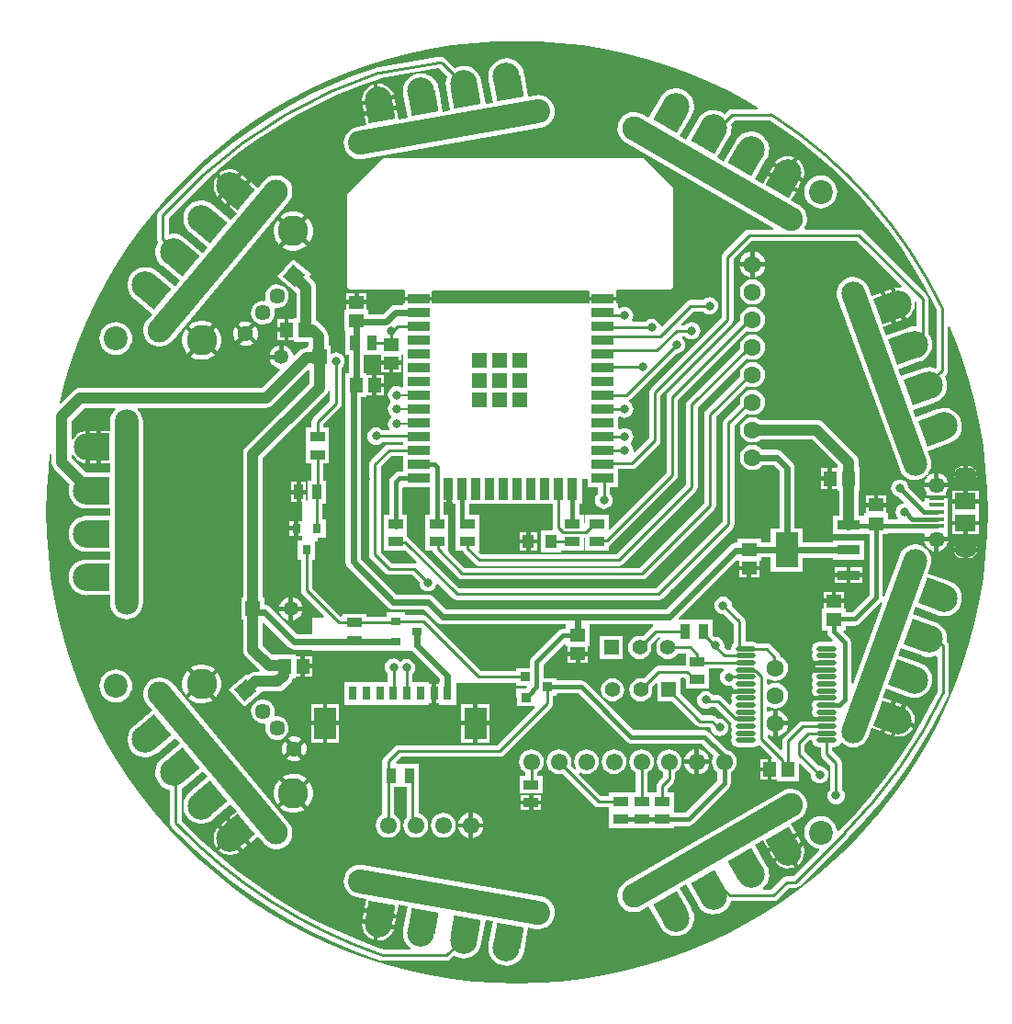
<source format=gtl>
G04*
G04 #@! TF.GenerationSoftware,Altium Limited,Altium Designer,21.7.2 (23)*
G04*
G04 Layer_Physical_Order=1*
G04 Layer_Color=255*
%FSAX44Y44*%
%MOMM*%
G71*
G04*
G04 #@! TF.SameCoordinates,F2B12908-CB5E-45EB-B16A-3418207F8AD6*
G04*
G04*
G04 #@! TF.FilePolarity,Positive*
G04*
G01*
G75*
%ADD10C,0.2000*%
%ADD11C,0.2500*%
%ADD12C,0.2540*%
%ADD13C,0.6000*%
%ADD15C,0.1500*%
%ADD20R,2.1000X3.0000*%
%ADD21R,0.8000X1.3000*%
%ADD25R,1.3300X1.3300*%
%ADD26R,0.9000X2.0000*%
%ADD27R,2.0000X0.9000*%
G04:AMPARAMS|DCode=35|XSize=2.2mm|YSize=18.9mm|CornerRadius=1.1mm|HoleSize=0mm|Usage=FLASHONLY|Rotation=40.000|XOffset=0mm|YOffset=0mm|HoleType=Round|Shape=RoundedRectangle|*
%AMROUNDEDRECTD35*
21,1,2.2000,16.7000,0,0,40.0*
21,1,0.0000,18.9000,0,0,40.0*
1,1,2.2000,5.3673,-6.3965*
1,1,2.2000,5.3673,-6.3965*
1,1,2.2000,-5.3673,6.3965*
1,1,2.2000,-5.3673,6.3965*
%
%ADD35ROUNDEDRECTD35*%
G04:AMPARAMS|DCode=36|XSize=2.2mm|YSize=18.9mm|CornerRadius=1.1mm|HoleSize=0mm|Usage=FLASHONLY|Rotation=120.000|XOffset=0mm|YOffset=0mm|HoleType=Round|Shape=RoundedRectangle|*
%AMROUNDEDRECTD36*
21,1,2.2000,16.7000,0,0,120.0*
21,1,0.0000,18.9000,0,0,120.0*
1,1,2.2000,7.2313,4.1750*
1,1,2.2000,7.2313,4.1750*
1,1,2.2000,-7.2313,-4.1750*
1,1,2.2000,-7.2313,-4.1750*
%
%ADD36ROUNDEDRECTD36*%
G04:AMPARAMS|DCode=37|XSize=2.2mm|YSize=18.9mm|CornerRadius=1.1mm|HoleSize=0mm|Usage=FLASHONLY|Rotation=280.000|XOffset=0mm|YOffset=0mm|HoleType=Round|Shape=RoundedRectangle|*
%AMROUNDEDRECTD37*
21,1,2.2000,16.7000,0,0,280.0*
21,1,0.0000,18.9000,0,0,280.0*
1,1,2.2000,-8.2232,-1.4500*
1,1,2.2000,-8.2232,-1.4500*
1,1,2.2000,8.2232,1.4500*
1,1,2.2000,8.2232,1.4500*
%
%ADD37ROUNDEDRECTD37*%
G04:AMPARAMS|DCode=38|XSize=2.2mm|YSize=18.9mm|CornerRadius=1.1mm|HoleSize=0mm|Usage=FLASHONLY|Rotation=200.000|XOffset=0mm|YOffset=0mm|HoleType=Round|Shape=RoundedRectangle|*
%AMROUNDEDRECTD38*
21,1,2.2000,16.7000,0,0,200.0*
21,1,0.0000,18.9000,0,0,200.0*
1,1,2.2000,-2.8559,7.8464*
1,1,2.2000,-2.8559,7.8464*
1,1,2.2000,2.8559,-7.8464*
1,1,2.2000,2.8559,-7.8464*
%
%ADD38ROUNDEDRECTD38*%
G04:AMPARAMS|DCode=39|XSize=2.2mm|YSize=18.9mm|CornerRadius=1.1mm|HoleSize=0mm|Usage=FLASHONLY|Rotation=320.000|XOffset=0mm|YOffset=0mm|HoleType=Round|Shape=RoundedRectangle|*
%AMROUNDEDRECTD39*
21,1,2.2000,16.7000,0,0,320.0*
21,1,0.0000,18.9000,0,0,320.0*
1,1,2.2000,-5.3673,-6.3965*
1,1,2.2000,-5.3673,-6.3965*
1,1,2.2000,5.3673,6.3965*
1,1,2.2000,5.3673,6.3965*
%
%ADD39ROUNDEDRECTD39*%
G04:AMPARAMS|DCode=40|XSize=2.2mm|YSize=18.9mm|CornerRadius=1.1mm|HoleSize=0mm|Usage=FLASHONLY|Rotation=240.000|XOffset=0mm|YOffset=0mm|HoleType=Round|Shape=RoundedRectangle|*
%AMROUNDEDRECTD40*
21,1,2.2000,16.7000,0,0,240.0*
21,1,0.0000,18.9000,0,0,240.0*
1,1,2.2000,-7.2313,4.1750*
1,1,2.2000,-7.2313,4.1750*
1,1,2.2000,7.2313,-4.1750*
1,1,2.2000,7.2313,-4.1750*
%
%ADD40ROUNDEDRECTD40*%
G04:AMPARAMS|DCode=41|XSize=2.2mm|YSize=18.9mm|CornerRadius=1.1mm|HoleSize=0mm|Usage=FLASHONLY|Rotation=160.000|XOffset=0mm|YOffset=0mm|HoleType=Round|Shape=RoundedRectangle|*
%AMROUNDEDRECTD41*
21,1,2.2000,16.7000,0,0,160.0*
21,1,0.0000,18.9000,0,0,160.0*
1,1,2.2000,2.8559,7.8464*
1,1,2.2000,2.8559,7.8464*
1,1,2.2000,-2.8559,-7.8464*
1,1,2.2000,-2.8559,-7.8464*
%
%ADD41ROUNDEDRECTD41*%
G04:AMPARAMS|DCode=42|XSize=2.2mm|YSize=18.9mm|CornerRadius=1.1mm|HoleSize=0mm|Usage=FLASHONLY|Rotation=80.000|XOffset=0mm|YOffset=0mm|HoleType=Round|Shape=RoundedRectangle|*
%AMROUNDEDRECTD42*
21,1,2.2000,16.7000,0,0,80.0*
21,1,0.0000,18.9000,0,0,80.0*
1,1,2.2000,8.2232,-1.4500*
1,1,2.2000,8.2232,-1.4500*
1,1,2.2000,-8.2232,1.4500*
1,1,2.2000,-8.2232,1.4500*
%
%ADD42ROUNDEDRECTD42*%
G04:AMPARAMS|DCode=43|XSize=2.2mm|YSize=18.9mm|CornerRadius=1.1mm|HoleSize=0mm|Usage=FLASHONLY|Rotation=0.000|XOffset=0mm|YOffset=0mm|HoleType=Round|Shape=RoundedRectangle|*
%AMROUNDEDRECTD43*
21,1,2.2000,16.7000,0,0,0.0*
21,1,0.0000,18.9000,0,0,0.0*
1,1,2.2000,0.0000,-8.3500*
1,1,2.2000,0.0000,-8.3500*
1,1,2.2000,0.0000,8.3500*
1,1,2.2000,0.0000,8.3500*
%
%ADD43ROUNDEDRECTD43*%
%ADD48C,1.4500*%
%ADD51C,1.5500*%
%ADD56C,0.5000*%
G04:AMPARAMS|DCode=57|XSize=2mm|YSize=2.5mm|CornerRadius=0mm|HoleSize=0mm|Usage=FLASHONLY|Rotation=40.000|XOffset=0mm|YOffset=0mm|HoleType=Round|Shape=Rectangle|*
%AMROTATEDRECTD57*
4,1,4,0.0374,-1.6003,-1.5695,0.3148,-0.0374,1.6003,1.5695,-0.3148,0.0374,-1.6003,0.0*
%
%ADD57ROTATEDRECTD57*%

%ADD58C,2.5000*%
G04:AMPARAMS|DCode=59|XSize=2mm|YSize=2.5mm|CornerRadius=0mm|HoleSize=0mm|Usage=FLASHONLY|Rotation=120.000|XOffset=0mm|YOffset=0mm|HoleType=Round|Shape=Rectangle|*
%AMROTATEDRECTD59*
4,1,4,1.5825,-0.2410,-0.5825,-1.4910,-1.5825,0.2410,0.5825,1.4910,1.5825,-0.2410,0.0*
%
%ADD59ROTATEDRECTD59*%

G04:AMPARAMS|DCode=60|XSize=2mm|YSize=2.5mm|CornerRadius=0mm|HoleSize=0mm|Usage=FLASHONLY|Rotation=280.000|XOffset=0mm|YOffset=0mm|HoleType=Round|Shape=Rectangle|*
%AMROTATEDRECTD60*
4,1,4,-1.4047,0.7678,1.0574,1.2019,1.4047,-0.7678,-1.0574,-1.2019,-1.4047,0.7678,0.0*
%
%ADD60ROTATEDRECTD60*%

G04:AMPARAMS|DCode=61|XSize=2mm|YSize=2.5mm|CornerRadius=0mm|HoleSize=0mm|Usage=FLASHONLY|Rotation=200.000|XOffset=0mm|YOffset=0mm|HoleType=Round|Shape=Rectangle|*
%AMROTATEDRECTD61*
4,1,4,0.5122,1.5166,1.3672,-0.8326,-0.5122,-1.5166,-1.3672,0.8326,0.5122,1.5166,0.0*
%
%ADD61ROTATEDRECTD61*%

G04:AMPARAMS|DCode=62|XSize=2mm|YSize=2.5mm|CornerRadius=0mm|HoleSize=0mm|Usage=FLASHONLY|Rotation=320.000|XOffset=0mm|YOffset=0mm|HoleType=Round|Shape=Rectangle|*
%AMROTATEDRECTD62*
4,1,4,-1.5695,-0.3148,0.0374,1.6003,1.5695,0.3148,-0.0374,-1.6003,-1.5695,-0.3148,0.0*
%
%ADD62ROTATEDRECTD62*%

G04:AMPARAMS|DCode=63|XSize=2mm|YSize=2.5mm|CornerRadius=0mm|HoleSize=0mm|Usage=FLASHONLY|Rotation=240.000|XOffset=0mm|YOffset=0mm|HoleType=Round|Shape=Rectangle|*
%AMROTATEDRECTD63*
4,1,4,-0.5825,1.4910,1.5825,0.2410,0.5825,-1.4910,-1.5825,-0.2410,-0.5825,1.4910,0.0*
%
%ADD63ROTATEDRECTD63*%

G04:AMPARAMS|DCode=64|XSize=2mm|YSize=2.5mm|CornerRadius=0mm|HoleSize=0mm|Usage=FLASHONLY|Rotation=160.000|XOffset=0mm|YOffset=0mm|HoleType=Round|Shape=Rectangle|*
%AMROTATEDRECTD64*
4,1,4,1.3672,0.8326,0.5122,-1.5166,-1.3672,-0.8326,-0.5122,1.5166,1.3672,0.8326,0.0*
%
%ADD64ROTATEDRECTD64*%

G04:AMPARAMS|DCode=65|XSize=2mm|YSize=2.5mm|CornerRadius=0mm|HoleSize=0mm|Usage=FLASHONLY|Rotation=80.000|XOffset=0mm|YOffset=0mm|HoleType=Round|Shape=Rectangle|*
%AMROTATEDRECTD65*
4,1,4,1.0574,-1.2019,-1.4047,-0.7678,-1.0574,1.2019,1.4047,0.7678,1.0574,-1.2019,0.0*
%
%ADD65ROTATEDRECTD65*%

%ADD66R,2.0000X2.5000*%
%ADD67R,1.2000X1.4000*%
%ADD68R,0.8500X1.3500*%
%ADD69R,1.4000X1.2000*%
%ADD70R,1.3500X0.8500*%
%ADD71R,2.1000X3.2000*%
%ADD72R,2.1000X0.9000*%
%ADD73O,1.8500X0.4500*%
%ADD74R,0.8000X0.9000*%
%ADD75R,0.8500X1.3500*%
G04:AMPARAMS|DCode=76|XSize=0.8mm|YSize=0.9mm|CornerRadius=0mm|HoleSize=0mm|Usage=FLASHONLY|Rotation=90.476|XOffset=0mm|YOffset=0mm|HoleType=Round|Shape=Rectangle|*
%AMROTATEDRECTD76*
4,1,4,0.4533,-0.3963,-0.4467,-0.4037,-0.4533,0.3963,0.4467,0.4037,0.4533,-0.3963,0.0*
%
%ADD76ROTATEDRECTD76*%

%ADD77R,1.1000X1.2000*%
%ADD78R,0.9000X0.8000*%
%ADD79R,1.3500X0.4000*%
%ADD80R,1.9000X1.5000*%
%ADD81C,0.4000*%
%ADD82C,1.0000*%
%ADD83C,0.8000*%
%ADD84R,1.4000X1.4000*%
%ADD85C,1.4000*%
%ADD86R,1.3500X1.3500*%
%ADD87C,1.3500*%
%ADD88C,2.8000*%
%ADD89P,2.0506X4X355.0*%
%ADD90P,2.0506X4X275.0*%
%ADD91C,1.6000*%
%ADD92C,2.2000*%
%ADD93C,0.5000*%
G36*
X00460043Y00871526D02*
X00480043Y00870137D01*
X00499958Y00867827D01*
X00519745Y00864599D01*
X00539362Y00860461D01*
X00558767Y00855422D01*
X00577918Y00849491D01*
X00596775Y00842682D01*
X00615297Y00835010D01*
X00633446Y00826491D01*
X00651181Y00817142D01*
X00661973Y00810800D01*
X00661579Y00809353D01*
X00638492D01*
X00636443Y00808945D01*
X00634707Y00807785D01*
X00631580Y00804658D01*
X00629469Y00806171D01*
X00626509Y00807512D01*
X00623344Y00808250D01*
X00620095Y00808356D01*
X00616888Y00807827D01*
X00613846Y00806682D01*
X00611086Y00804966D01*
X00608714Y00802744D01*
X00608577Y00802552D01*
X00608390Y00802660D01*
X00607295Y00800764D01*
X00606821Y00800102D01*
X00606485Y00799360D01*
X00595926Y00781072D01*
X00589864Y00784572D01*
X00600423Y00802861D01*
X00600897Y00803522D01*
X00601233Y00804264D01*
X00602328Y00806160D01*
X00602141Y00806268D01*
X00602239Y00806483D01*
X00602976Y00809648D01*
X00603083Y00812896D01*
X00602553Y00816103D01*
X00601409Y00819145D01*
X00599692Y00821905D01*
X00597470Y00824277D01*
X00594828Y00826171D01*
X00591868Y00827512D01*
X00588703Y00828250D01*
X00585454Y00828356D01*
X00582247Y00827827D01*
X00579206Y00826682D01*
X00576445Y00824966D01*
X00574073Y00822744D01*
X00573936Y00822552D01*
X00573749Y00822660D01*
X00572655Y00820765D01*
X00572180Y00820102D01*
X00571844Y00819360D01*
X00561285Y00801072D01*
X00555223Y00804572D01*
X00552532Y00805792D01*
X00549654Y00806463D01*
X00546701Y00806559D01*
X00543786Y00806078D01*
X00541020Y00805037D01*
X00538511Y00803477D01*
X00536355Y00801457D01*
X00534634Y00799055D01*
X00533414Y00796364D01*
X00532743Y00793486D01*
X00532647Y00790533D01*
X00533128Y00787618D01*
X00534169Y00784853D01*
X00535729Y00782344D01*
X00537749Y00780187D01*
X00540151Y00778466D01*
X00676401Y00699802D01*
X00676013Y00698353D01*
X00654000D01*
X00651952Y00697945D01*
X00650215Y00696785D01*
X00630215Y00676785D01*
X00629055Y00675048D01*
X00628647Y00673000D01*
Y00617217D01*
X00563215Y00551785D01*
X00562055Y00550048D01*
X00561647Y00548000D01*
Y00506217D01*
X00548302Y00492872D01*
X00546881Y00493572D01*
X00547069Y00495000D01*
X00546794Y00497088D01*
X00545988Y00499035D01*
X00544706Y00500706D01*
Y00501794D01*
X00545988Y00503465D01*
X00546794Y00505412D01*
X00547069Y00507500D01*
X00546794Y00509588D01*
X00545988Y00511535D01*
X00544706Y00513206D01*
X00543035Y00514488D01*
X00541088Y00515294D01*
X00539000Y00515569D01*
X00536912Y00515294D01*
X00534966Y00514488D01*
X00534500Y00514131D01*
X00533000Y00514870D01*
Y00525379D01*
X00534500Y00526119D01*
X00534966Y00525762D01*
X00536912Y00524956D01*
X00539000Y00524681D01*
X00541088Y00524956D01*
X00543035Y00525762D01*
X00544706Y00527044D01*
X00545988Y00528716D01*
X00546794Y00530662D01*
X00547069Y00532750D01*
X00546794Y00534838D01*
X00545988Y00536785D01*
X00544706Y00538456D01*
X00543257Y00539567D01*
X00543152Y00540318D01*
X00543153Y00540345D01*
X00543327Y00541241D01*
X00544785Y00542215D01*
X00586559Y00583989D01*
X00587000Y00583931D01*
X00589088Y00584206D01*
X00591035Y00585012D01*
X00592706Y00586294D01*
X00593988Y00587966D01*
X00594794Y00589912D01*
X00595069Y00592000D01*
X00594794Y00594088D01*
X00593988Y00596035D01*
X00592706Y00597706D01*
X00592130Y00598147D01*
X00592640Y00599647D01*
X00595024D01*
X00595294Y00599294D01*
X00596965Y00598012D01*
X00598912Y00597206D01*
X00601000Y00596931D01*
X00603088Y00597206D01*
X00605034Y00598012D01*
X00606706Y00599294D01*
X00607988Y00600965D01*
X00608794Y00602912D01*
X00609069Y00605000D01*
X00608794Y00607088D01*
X00607988Y00609035D01*
X00606706Y00610706D01*
X00605034Y00611988D01*
X00603088Y00612794D01*
X00601000Y00613069D01*
X00598912Y00612794D01*
X00596965Y00611988D01*
X00595294Y00610706D01*
X00595024Y00610353D01*
X00591883D01*
X00591309Y00611739D01*
X00602286Y00622716D01*
X00611471D01*
X00611794Y00622294D01*
X00613465Y00621012D01*
X00615412Y00620206D01*
X00617500Y00619931D01*
X00619588Y00620206D01*
X00621535Y00621012D01*
X00623206Y00622294D01*
X00624488Y00623965D01*
X00625294Y00625912D01*
X00625569Y00628000D01*
X00625294Y00630088D01*
X00624488Y00632034D01*
X00623206Y00633706D01*
X00621535Y00634988D01*
X00619588Y00635794D01*
X00617500Y00636069D01*
X00615412Y00635794D01*
X00613465Y00634988D01*
X00611794Y00633706D01*
X00611577Y00633422D01*
X00600069D01*
X00598021Y00633014D01*
X00596284Y00631854D01*
X00573448Y00609018D01*
X00571864Y00609556D01*
X00571794Y00610088D01*
X00570988Y00612034D01*
X00569706Y00613706D01*
X00568035Y00614988D01*
X00566088Y00615794D01*
X00564000Y00616069D01*
X00561912Y00615794D01*
X00559966Y00614988D01*
X00558294Y00613706D01*
X00558024Y00613353D01*
X00546446D01*
X00545783Y00614698D01*
X00545988Y00614966D01*
X00546794Y00616912D01*
X00547069Y00619000D01*
X00546794Y00621088D01*
X00545988Y00623035D01*
X00544706Y00624706D01*
X00543035Y00625988D01*
X00541088Y00626794D01*
X00539000Y00627069D01*
X00536912Y00626794D01*
X00534966Y00625988D01*
X00534500Y00625631D01*
X00533000Y00626371D01*
Y00630400D01*
X00531500D01*
Y00632600D01*
X00506500D01*
Y00630400D01*
X00505000D01*
Y00630078D01*
X00505000Y00630078D01*
X00363000D01*
Y00630400D01*
X00361500D01*
Y00632600D01*
X00336500D01*
Y00630400D01*
X00335000D01*
Y00628960D01*
X00327900D01*
X00326073Y00628720D01*
X00324370Y00628014D01*
X00322908Y00626892D01*
X00316075Y00620060D01*
X00303000D01*
Y00624500D01*
X00301500D01*
Y00629500D01*
X00282500D01*
Y00624500D01*
X00281000D01*
Y00604500D01*
X00281500D01*
Y00583250D01*
X00284690D01*
Y00566000D01*
X00281500D01*
Y00544000D01*
X00281940D01*
Y00392000D01*
X00282180Y00390173D01*
X00282885Y00388470D01*
X00284008Y00387008D01*
X00321008Y00350008D01*
X00322470Y00348885D01*
X00324173Y00348180D01*
X00326000Y00347940D01*
X00354576D01*
X00366008Y00336507D01*
X00367470Y00335386D01*
X00369173Y00334680D01*
X00371000Y00334440D01*
X00485000D01*
Y00330617D01*
X00482500D01*
X00480159Y00330152D01*
X00478174Y00328826D01*
X00453674Y00304326D01*
X00452348Y00302341D01*
X00451883Y00300000D01*
Y00294450D01*
X00439355Y00294346D01*
X00439368Y00292855D01*
X00438312Y00291790D01*
X00406809D01*
X00357299Y00341299D01*
X00355556Y00342464D01*
X00353500Y00342873D01*
X00336500D01*
Y00345500D01*
X00319500D01*
Y00341623D01*
X00300750D01*
Y00344500D01*
X00279250D01*
Y00342168D01*
X00277750Y00341849D01*
X00251373Y00368226D01*
Y00394500D01*
X00254000D01*
Y00411000D01*
X00256000D01*
Y00414500D01*
X00263500D01*
Y00431500D01*
X00260833D01*
Y00445637D01*
X00263500D01*
Y00467137D01*
X00261353D01*
Y00482750D01*
X00266750D01*
Y00499250D01*
Y00515750D01*
X00261353D01*
Y00518783D01*
X00276785Y00534215D01*
X00277945Y00535952D01*
X00278353Y00538000D01*
Y00571024D01*
X00278706Y00571294D01*
X00279988Y00572966D01*
X00280794Y00574912D01*
X00281069Y00577000D01*
X00280794Y00579088D01*
X00279988Y00581035D01*
X00278706Y00582706D01*
X00277034Y00583988D01*
X00275088Y00584794D01*
X00273000Y00585069D01*
X00270912Y00584794D01*
X00269350Y00584147D01*
X00267850Y00584832D01*
Y00591350D01*
X00266078D01*
Y00600142D01*
X00265768Y00602492D01*
X00264862Y00604681D01*
X00263419Y00606561D01*
X00257561Y00612419D01*
X00255681Y00613861D01*
X00254578Y00614319D01*
Y00645010D01*
X00254268Y00647359D01*
X00253361Y00649548D01*
X00251919Y00651429D01*
X00248134Y00655213D01*
X00249923Y00657346D01*
X00233300Y00671294D01*
X00219352Y00654671D01*
X00235975Y00640723D01*
X00236422Y00639393D01*
Y00617000D01*
X00234500D01*
Y00615500D01*
X00229500D01*
Y00606000D01*
Y00596500D01*
X00234500D01*
Y00595000D01*
X00247922D01*
Y00591350D01*
X00247150D01*
Y00589629D01*
X00245750Y00589499D01*
X00243401Y00589190D01*
X00241211Y00588283D01*
X00239331Y00586840D01*
X00234697Y00582206D01*
X00233113Y00582743D01*
X00232973Y00583806D01*
X00231890Y00586421D01*
X00230167Y00588667D01*
X00227921Y00590390D01*
X00225306Y00591473D01*
X00224500Y00591579D01*
Y00581000D01*
X00222500D01*
Y00579000D01*
X00211921D01*
X00212027Y00578194D01*
X00213110Y00575579D01*
X00214833Y00573333D01*
X00217079Y00571610D01*
X00219694Y00570527D01*
X00220756Y00570387D01*
X00221294Y00568803D01*
X00204819Y00552328D01*
X00037250D01*
X00037250Y00552328D01*
X00034901Y00552018D01*
X00032711Y00551111D01*
X00030831Y00549669D01*
X00030831Y00549669D01*
X00019287Y00538124D01*
X00017937Y00538896D01*
X00022578Y00556767D01*
X00028509Y00575918D01*
X00035317Y00594775D01*
X00042990Y00613297D01*
X00051509Y00631445D01*
X00060858Y00649181D01*
X00071015Y00666466D01*
X00081960Y00683263D01*
X00093670Y00699537D01*
X00106118Y00715252D01*
X00119278Y00730376D01*
X00133124Y00744876D01*
X00147624Y00758722D01*
X00162748Y00771882D01*
X00178463Y00784331D01*
X00194737Y00796040D01*
X00211534Y00806985D01*
X00228819Y00817142D01*
X00246555Y00826491D01*
X00264703Y00835010D01*
X00283225Y00842682D01*
X00302082Y00849491D01*
X00321233Y00855422D01*
X00340638Y00860461D01*
X00360255Y00864599D01*
X00380042Y00867827D01*
X00399957Y00870137D01*
X00419957Y00871526D01*
X00440000Y00871989D01*
X00460043Y00871526D01*
D02*
G37*
G36*
X00794698Y00646046D02*
X00793991Y00644632D01*
X00792255Y00644880D01*
X00789304Y00644719D01*
X00788875Y00644609D01*
X00788816Y00644772D01*
X00788346Y00644601D01*
X00793476Y00630506D01*
X00798607Y00616410D01*
X00799077Y00616581D01*
X00799017Y00616744D01*
X00799416Y00616936D01*
X00801780Y00618709D01*
X00803752Y00620909D01*
X00805257Y00623452D01*
X00806238Y00626239D01*
X00806655Y00629164D01*
X00806553Y00631040D01*
X00808010Y00631875D01*
X00808498Y00631553D01*
Y00610062D01*
X00807365Y00609079D01*
X00806941Y00609140D01*
X00803695Y00608963D01*
X00803467Y00608904D01*
X00803393Y00609107D01*
X00801335Y00608358D01*
X00800547Y00608156D01*
X00799813Y00607804D01*
X00779969Y00600581D01*
X00777062Y00608568D01*
X00785451Y00611622D01*
X00780321Y00625717D01*
X00775190Y00639813D01*
X00766802Y00636759D01*
X00763894Y00644747D01*
X00762616Y00647411D01*
X00760843Y00649774D01*
X00758643Y00651747D01*
X00756101Y00653252D01*
X00753313Y00654232D01*
X00750388Y00654650D01*
X00747438Y00654489D01*
X00744576Y00653755D01*
X00741911Y00652477D01*
X00739548Y00650704D01*
X00737576Y00648504D01*
X00736070Y00645962D01*
X00735090Y00643174D01*
X00734672Y00640249D01*
X00734834Y00637299D01*
X00735567Y00634436D01*
X00792684Y00477508D01*
X00793962Y00474844D01*
X00795735Y00472480D01*
X00797935Y00470508D01*
X00800478Y00469002D01*
X00803266Y00468022D01*
X00806191Y00467605D01*
X00809141Y00467766D01*
X00812003Y00468499D01*
X00814667Y00469777D01*
X00817031Y00471550D01*
X00818090Y00470521D01*
X00816672Y00468674D01*
X00815539Y00465937D01*
X00815415Y00465000D01*
X00824499D01*
Y00474084D01*
X00823562Y00473960D01*
X00820826Y00472827D01*
X00818788Y00471264D01*
X00817765Y00472369D01*
X00819003Y00473750D01*
X00820508Y00476293D01*
X00821489Y00479080D01*
X00821906Y00482005D01*
X00821745Y00484956D01*
X00821012Y00487818D01*
X00818617Y00494396D01*
X00838462Y00501618D01*
X00839250Y00501820D01*
X00839984Y00502172D01*
X00842042Y00502921D01*
X00841968Y00503124D01*
X00842180Y00503226D01*
X00844780Y00505177D01*
X00846950Y00507597D01*
X00848606Y00510393D01*
X00849684Y00513460D01*
X00850143Y00516677D01*
X00849966Y00519923D01*
X00849159Y00523071D01*
X00847754Y00526002D01*
X00845803Y00528601D01*
X00843383Y00530771D01*
X00840586Y00532427D01*
X00837520Y00533505D01*
X00834302Y00533964D01*
X00831057Y00533787D01*
X00830829Y00533729D01*
X00830755Y00533931D01*
X00828698Y00533183D01*
X00827909Y00532980D01*
X00827174Y00532628D01*
X00807331Y00525406D01*
X00804937Y00531983D01*
X00824780Y00539206D01*
X00825569Y00539408D01*
X00826304Y00539761D01*
X00828361Y00540509D01*
X00828287Y00540712D01*
X00828500Y00540814D01*
X00831100Y00542764D01*
X00833269Y00545184D01*
X00834925Y00547981D01*
X00836003Y00551047D01*
X00836462Y00554265D01*
X00836285Y00557510D01*
X00835478Y00560659D01*
X00834139Y00563451D01*
X00835785Y00565098D01*
X00836945Y00566834D01*
X00837353Y00568883D01*
Y00608626D01*
X00838824Y00608918D01*
X00844682Y00594775D01*
X00851491Y00575918D01*
X00857422Y00556767D01*
X00862461Y00537362D01*
X00866599Y00517745D01*
X00869827Y00497958D01*
X00872138Y00478043D01*
X00873526Y00458043D01*
X00873989Y00438000D01*
X00873526Y00417957D01*
X00872138Y00397957D01*
X00869827Y00378042D01*
X00866599Y00358255D01*
X00862461Y00338638D01*
X00857422Y00319233D01*
X00851491Y00300082D01*
X00844682Y00281225D01*
X00837010Y00262703D01*
X00828491Y00244555D01*
X00819142Y00226819D01*
X00808985Y00209534D01*
X00798040Y00192737D01*
X00786330Y00176463D01*
X00773882Y00160748D01*
X00760722Y00145624D01*
X00746876Y00131124D01*
X00732376Y00117278D01*
X00717252Y00104118D01*
X00701537Y00091670D01*
X00685263Y00079960D01*
X00668466Y00069015D01*
X00651181Y00058858D01*
X00633446Y00049509D01*
X00615297Y00040990D01*
X00596775Y00033317D01*
X00577918Y00026509D01*
X00558767Y00020578D01*
X00539362Y00015539D01*
X00519745Y00011401D01*
X00499958Y00008173D01*
X00480043Y00005863D01*
X00460043Y00004474D01*
X00440000Y00004011D01*
X00419957Y00004474D01*
X00399957Y00005863D01*
X00380042Y00008173D01*
X00360255Y00011401D01*
X00340638Y00015539D01*
X00321233Y00020578D01*
X00302082Y00026509D01*
X00283225Y00033317D01*
X00264703Y00040990D01*
X00246555Y00049509D01*
X00228819Y00058858D01*
X00211534Y00069015D01*
X00194737Y00079960D01*
X00178463Y00091670D01*
X00162748Y00104118D01*
X00147624Y00117278D01*
X00133124Y00131124D01*
X00119278Y00145624D01*
X00106118Y00160748D01*
X00093670Y00176463D01*
X00081960Y00192737D01*
X00071015Y00209534D01*
X00060858Y00226819D01*
X00051509Y00244555D01*
X00042990Y00262703D01*
X00035317Y00281225D01*
X00028509Y00300082D01*
X00022578Y00319233D01*
X00017539Y00338638D01*
X00013401Y00358255D01*
X00010173Y00378042D01*
X00007862Y00397957D01*
X00006474Y00417957D01*
X00006011Y00438000D01*
X00006474Y00458043D01*
X00007862Y00478043D01*
X00009422Y00491488D01*
X00010922Y00491402D01*
Y00484000D01*
X00011232Y00481651D01*
X00012139Y00479461D01*
X00013581Y00477581D01*
X00027481Y00463681D01*
X00026739Y00461235D01*
X00026420Y00458000D01*
X00026739Y00454765D01*
X00027682Y00451655D01*
X00029214Y00448789D01*
X00031276Y00446276D01*
X00033789Y00444214D01*
X00036655Y00442682D01*
X00039765Y00441739D01*
X00040000Y00441716D01*
Y00441500D01*
X00042189D01*
X00043000Y00441420D01*
X00043811Y00441500D01*
X00064928D01*
Y00434500D01*
X00043811D01*
X00043000Y00434580D01*
X00042189Y00434500D01*
X00040000D01*
Y00434284D01*
X00039765Y00434261D01*
X00036655Y00433318D01*
X00033789Y00431786D01*
X00031276Y00429724D01*
X00029214Y00427211D01*
X00027682Y00424345D01*
X00026739Y00421235D01*
X00026420Y00418000D01*
X00026739Y00414765D01*
X00027682Y00411655D01*
X00029214Y00408789D01*
X00031276Y00406276D01*
X00033789Y00404214D01*
X00036655Y00402682D01*
X00039765Y00401739D01*
X00040000Y00401716D01*
Y00401500D01*
X00042189D01*
X00043000Y00401420D01*
X00043811Y00401500D01*
X00064928D01*
Y00394500D01*
X00043810D01*
X00043000Y00394580D01*
X00042190Y00394500D01*
X00040000D01*
Y00394284D01*
X00039765Y00394261D01*
X00036655Y00393318D01*
X00033789Y00391786D01*
X00031276Y00389724D01*
X00029214Y00387211D01*
X00027682Y00384345D01*
X00026739Y00381235D01*
X00026420Y00378000D01*
X00026739Y00374765D01*
X00027682Y00371655D01*
X00029214Y00368789D01*
X00031276Y00366276D01*
X00033789Y00364214D01*
X00036655Y00362682D01*
X00039765Y00361739D01*
X00040000Y00361716D01*
Y00361500D01*
X00042189D01*
X00043000Y00361420D01*
X00043811Y00361500D01*
X00064928D01*
Y00354500D01*
X00065217Y00351559D01*
X00066075Y00348732D01*
X00067468Y00346126D01*
X00069342Y00343842D01*
X00071626Y00341968D01*
X00074232Y00340575D01*
X00077059Y00339717D01*
X00080000Y00339427D01*
X00082941Y00339717D01*
X00085768Y00340575D01*
X00088374Y00341968D01*
X00090658Y00343842D01*
X00092532Y00346126D01*
X00093925Y00348732D01*
X00094783Y00351559D01*
X00095073Y00354500D01*
Y00521500D01*
X00094783Y00524440D01*
X00093925Y00527268D01*
X00092532Y00529874D01*
X00090658Y00532158D01*
X00090031Y00532672D01*
X00090568Y00534172D01*
X00208579D01*
X00210928Y00534482D01*
X00213118Y00535388D01*
X00214998Y00536831D01*
X00247037Y00568870D01*
X00248422Y00568296D01*
Y00556408D01*
X00190081Y00498066D01*
X00188639Y00496186D01*
X00187732Y00493997D01*
X00187422Y00491647D01*
Y00359350D01*
X00186150D01*
Y00338650D01*
X00187422D01*
Y00311500D01*
X00187732Y00309151D01*
X00188639Y00306961D01*
X00190081Y00305081D01*
X00202699Y00292463D01*
X00202125Y00291078D01*
X00199000D01*
X00199000Y00291078D01*
X00196651Y00290768D01*
X00194461Y00289861D01*
X00192581Y00288419D01*
X00191338Y00288473D01*
X00190980Y00288900D01*
X00174357Y00274952D01*
X00188305Y00258329D01*
X00204928Y00272277D01*
Y00272277D01*
X00205229Y00272922D01*
X00219299D01*
X00221648Y00273232D01*
X00223838Y00274139D01*
X00225718Y00275581D01*
X00230919Y00280782D01*
X00232362Y00282662D01*
X00233268Y00284852D01*
X00233288Y00285000D01*
X00235500D01*
Y00286500D01*
X00240500D01*
Y00296000D01*
Y00305500D01*
X00235500D01*
Y00307000D01*
X00215500D01*
Y00307000D01*
X00214000Y00306838D01*
X00205578Y00315260D01*
Y00335478D01*
X00206963Y00336052D01*
X00229508Y00313508D01*
X00230970Y00312386D01*
X00232673Y00311680D01*
X00234500Y00311440D01*
X00251000D01*
Y00310000D01*
X00343015D01*
X00368940Y00284076D01*
Y00281500D01*
X00368000D01*
Y00280000D01*
X00365500D01*
Y00271000D01*
Y00262000D01*
X00368000D01*
Y00260500D01*
X00384000D01*
Y00281000D01*
X00409818D01*
X00409818Y00281000D01*
X00409837Y00281043D01*
X00439466D01*
X00439488Y00278346D01*
X00448468Y00278421D01*
X00449048Y00277038D01*
X00447422Y00275412D01*
X00439513Y00275347D01*
X00439646Y00259347D01*
X00455790Y00259481D01*
X00456416Y00257986D01*
X00421783Y00223353D01*
X00331020D01*
X00328972Y00222945D01*
X00327235Y00221785D01*
X00317485Y00212035D01*
X00316325Y00210298D01*
X00315917Y00208250D01*
Y00159576D01*
X00315526Y00159414D01*
X00313155Y00157595D01*
X00311336Y00155224D01*
X00310192Y00152463D01*
X00309802Y00149500D01*
X00310192Y00146537D01*
X00311336Y00143776D01*
X00313155Y00141405D01*
X00315526Y00139586D01*
X00318287Y00138442D01*
X00321250Y00138052D01*
X00324213Y00138442D01*
X00326974Y00139586D01*
X00329345Y00141405D01*
X00331164Y00143776D01*
X00332308Y00146537D01*
X00332698Y00149500D01*
X00332308Y00152463D01*
X00331164Y00155224D01*
X00329345Y00157595D01*
X00326974Y00159414D01*
X00326623Y00159560D01*
Y00184750D01*
X00332500D01*
Y00184750D01*
X00338397D01*
Y00157389D01*
X00336736Y00155224D01*
X00335592Y00152463D01*
X00335202Y00149500D01*
X00335592Y00146537D01*
X00336736Y00143776D01*
X00338555Y00141405D01*
X00340926Y00139586D01*
X00343687Y00138442D01*
X00346650Y00138052D01*
X00349613Y00138442D01*
X00352374Y00139586D01*
X00354745Y00141405D01*
X00356564Y00143776D01*
X00357708Y00146537D01*
X00358098Y00149500D01*
X00357708Y00152463D01*
X00356564Y00155224D01*
X00354745Y00157595D01*
X00352374Y00159414D01*
X00349613Y00160558D01*
X00349103Y00160625D01*
Y00188535D01*
X00349102Y00188538D01*
Y00192500D01*
X00348999Y00193017D01*
Y00206250D01*
X00332500D01*
Y00206250D01*
X00328800D01*
X00328226Y00207636D01*
X00333237Y00212647D01*
X00424000D01*
X00426048Y00213055D01*
X00427785Y00214215D01*
X00471785Y00258215D01*
X00472945Y00259951D01*
X00473353Y00262000D01*
Y00269127D01*
X00476566Y00269154D01*
X00476559Y00269900D01*
X00477616Y00270965D01*
X00496383D01*
X00540674Y00226674D01*
X00542659Y00225348D01*
X00545000Y00224883D01*
X00610466D01*
X00621320Y00214029D01*
X00621086Y00213724D01*
X00619942Y00210963D01*
X00619552Y00208000D01*
X00619942Y00205037D01*
X00621086Y00202276D01*
X00622905Y00199905D01*
X00624883Y00198388D01*
Y00190534D01*
X00595466Y00161117D01*
X00584500D01*
Y00179750D01*
X00579103D01*
Y00183533D01*
X00583985Y00188415D01*
X00585145Y00190152D01*
X00585553Y00192200D01*
Y00197932D01*
X00585924Y00198086D01*
X00588295Y00199905D01*
X00590114Y00202276D01*
X00591258Y00205037D01*
X00591648Y00208000D01*
X00591258Y00210963D01*
X00590114Y00213724D01*
X00588295Y00216095D01*
X00585924Y00217914D01*
X00583163Y00219058D01*
X00580200Y00219448D01*
X00577237Y00219058D01*
X00574476Y00217914D01*
X00572105Y00216095D01*
X00570286Y00213724D01*
X00569142Y00210963D01*
X00568752Y00208000D01*
X00569142Y00205037D01*
X00570286Y00202276D01*
X00572105Y00199905D01*
X00574476Y00198086D01*
X00574847Y00197932D01*
Y00194417D01*
X00569965Y00189535D01*
X00568805Y00187798D01*
X00568397Y00185750D01*
Y00179750D01*
X00560153D01*
Y00197932D01*
X00560524Y00198086D01*
X00562895Y00199905D01*
X00564714Y00202276D01*
X00565858Y00205037D01*
X00566248Y00208000D01*
X00565858Y00210963D01*
X00564714Y00213724D01*
X00562895Y00216095D01*
X00560524Y00217914D01*
X00557763Y00219058D01*
X00554800Y00219448D01*
X00551837Y00219058D01*
X00549076Y00217914D01*
X00546705Y00216095D01*
X00544886Y00213724D01*
X00543742Y00210963D01*
X00543352Y00208000D01*
X00543742Y00205037D01*
X00544886Y00202276D01*
X00546705Y00199905D01*
X00549076Y00198086D01*
X00549447Y00197932D01*
Y00179750D01*
X00525000D01*
Y00176853D01*
X00517317D01*
X00496982Y00197188D01*
X00497973Y00198318D01*
X00498276Y00198086D01*
X00501037Y00196942D01*
X00504000Y00196552D01*
X00506963Y00196942D01*
X00509724Y00198086D01*
X00512095Y00199905D01*
X00513914Y00202276D01*
X00515058Y00205037D01*
X00515448Y00208000D01*
X00515058Y00210963D01*
X00513914Y00213724D01*
X00512095Y00216095D01*
X00509724Y00217914D01*
X00506963Y00219058D01*
X00504000Y00219448D01*
X00501037Y00219058D01*
X00498276Y00217914D01*
X00495905Y00216095D01*
X00494086Y00213724D01*
X00492942Y00210963D01*
X00492552Y00208000D01*
X00492942Y00205037D01*
X00494086Y00202276D01*
X00494318Y00201973D01*
X00493188Y00200982D01*
X00489504Y00204666D01*
X00489658Y00205037D01*
X00490048Y00208000D01*
X00489658Y00210963D01*
X00488514Y00213724D01*
X00486695Y00216095D01*
X00484324Y00217914D01*
X00481563Y00219058D01*
X00478600Y00219448D01*
X00475637Y00219058D01*
X00472876Y00217914D01*
X00470505Y00216095D01*
X00468686Y00213724D01*
X00467542Y00210963D01*
X00467152Y00208000D01*
X00467542Y00205037D01*
X00468686Y00202276D01*
X00470505Y00199905D01*
X00472876Y00198086D01*
X00475637Y00196942D01*
X00478600Y00196552D01*
X00481563Y00196942D01*
X00481934Y00197096D01*
X00511315Y00167715D01*
X00513052Y00166555D01*
X00515100Y00166147D01*
X00525000D01*
Y00163250D01*
Y00146750D01*
X00584500D01*
Y00148882D01*
X00598000D01*
X00600341Y00149348D01*
X00602326Y00150674D01*
X00635326Y00183674D01*
X00636652Y00185659D01*
X00637118Y00188000D01*
Y00198388D01*
X00639095Y00199905D01*
X00640914Y00202276D01*
X00642058Y00205037D01*
X00642448Y00208000D01*
X00642058Y00210963D01*
X00640914Y00213724D01*
X00639095Y00216095D01*
X00636724Y00217914D01*
X00633963Y00219058D01*
X00633388Y00219134D01*
X00633125Y00219526D01*
X00617326Y00235326D01*
X00615341Y00236652D01*
X00613000Y00237118D01*
X00547534D01*
X00503243Y00281409D01*
X00501258Y00282735D01*
X00498917Y00283200D01*
X00476449D01*
X00476433Y00285153D01*
X00465183Y00285060D01*
X00464118Y00286116D01*
Y00297466D01*
X00483614Y00316963D01*
X00485000Y00316389D01*
Y00314500D01*
X00486500D01*
Y00309500D01*
X00496000D01*
X00505500D01*
Y00314500D01*
X00507000D01*
Y00334440D01*
X00565486D01*
X00565662Y00332945D01*
X00563926Y00331785D01*
X00555758Y00323618D01*
X00553000Y00323981D01*
X00550233Y00323616D01*
X00547654Y00322548D01*
X00545440Y00320849D01*
X00543741Y00318635D01*
X00542673Y00316056D01*
X00542309Y00313289D01*
X00542673Y00310522D01*
X00543741Y00307943D01*
X00545440Y00305729D01*
X00547654Y00304030D01*
X00550233Y00302962D01*
X00553000Y00302598D01*
X00555767Y00302962D01*
X00558346Y00304030D01*
X00560560Y00305729D01*
X00562259Y00307943D01*
X00563327Y00310522D01*
X00563691Y00313289D01*
X00563328Y00316047D01*
X00569928Y00322647D01*
X00571319D01*
X00571828Y00321147D01*
X00571440Y00320849D01*
X00569741Y00318635D01*
X00568673Y00316056D01*
X00568309Y00313289D01*
X00568673Y00310522D01*
X00569741Y00307943D01*
X00571440Y00305729D01*
X00573654Y00304030D01*
X00576233Y00302962D01*
X00579000Y00302598D01*
X00581767Y00302962D01*
X00584346Y00304030D01*
X00586560Y00305729D01*
X00588254Y00307936D01*
X00595543D01*
Y00296353D01*
X00570711D01*
X00568662Y00295945D01*
X00566926Y00294785D01*
X00556758Y00284618D01*
X00554000Y00284981D01*
X00551233Y00284616D01*
X00548654Y00283548D01*
X00546440Y00281849D01*
X00544741Y00279635D01*
X00543673Y00277056D01*
X00543309Y00274289D01*
X00543673Y00271522D01*
X00544741Y00268944D01*
X00546440Y00266729D01*
X00548654Y00265030D01*
X00551233Y00263962D01*
X00554000Y00263598D01*
X00556767Y00263962D01*
X00559346Y00265030D01*
X00561560Y00266729D01*
X00563259Y00268944D01*
X00564327Y00271522D01*
X00564692Y00274289D01*
X00564328Y00277048D01*
X00568014Y00280733D01*
X00569400Y00280159D01*
Y00263689D01*
X00583030D01*
X00605040Y00241679D01*
X00606776Y00240519D01*
X00608825Y00240112D01*
X00617519D01*
X00618802Y00238829D01*
X00618956Y00237662D01*
X00619762Y00235716D01*
X00621044Y00234044D01*
X00622715Y00232762D01*
X00624662Y00231956D01*
X00626750Y00231681D01*
X00628838Y00231956D01*
X00630784Y00232762D01*
X00632456Y00234044D01*
X00633738Y00235716D01*
X00634544Y00237662D01*
X00634819Y00239750D01*
X00634544Y00241838D01*
X00633738Y00243785D01*
X00632456Y00245456D01*
X00630784Y00246738D01*
X00628838Y00247544D01*
X00626750Y00247819D01*
X00625161Y00247610D01*
X00623521Y00249249D01*
X00621785Y00250410D01*
X00619737Y00250817D01*
X00611042D01*
X00590600Y00271259D01*
Y00284889D01*
X00591786Y00285647D01*
X00594325D01*
X00595543Y00284430D01*
Y00275500D01*
X00617043D01*
Y00293897D01*
X00629862D01*
X00630371Y00292397D01*
X00629544Y00291763D01*
X00628262Y00290092D01*
X00627456Y00288146D01*
X00627181Y00286057D01*
X00627456Y00283969D01*
X00628262Y00282023D01*
X00629544Y00280352D01*
X00631216Y00279069D01*
X00633162Y00278263D01*
X00635250Y00277988D01*
X00637338Y00278263D01*
X00637713Y00278063D01*
X00637863Y00277311D01*
X00639244Y00275244D01*
X00639331Y00275186D01*
X00639331Y00275186D01*
X00641311Y00273862D01*
X00643750Y00273377D01*
X00650750D01*
Y00273123D01*
X00643750D01*
X00641311Y00272638D01*
X00639331Y00271314D01*
X00639331Y00271314D01*
X00639244Y00271256D01*
X00637863Y00269189D01*
X00637378Y00266750D01*
X00637863Y00264311D01*
X00638405Y00263500D01*
X00637863Y00262689D01*
X00637554Y00261137D01*
X00635927Y00260644D01*
X00628837Y00267733D01*
X00627101Y00268893D01*
X00625052Y00269300D01*
X00620784D01*
X00619706Y00270706D01*
X00618035Y00271988D01*
X00616088Y00272794D01*
X00614000Y00273069D01*
X00611912Y00272794D01*
X00609966Y00271988D01*
X00608294Y00270706D01*
X00607012Y00269035D01*
X00606206Y00267088D01*
X00605931Y00265000D01*
X00606206Y00262912D01*
X00607012Y00260965D01*
X00608294Y00259294D01*
X00609966Y00258012D01*
X00611912Y00257206D01*
X00614000Y00256931D01*
X00616088Y00257206D01*
X00618035Y00258012D01*
X00618794Y00258595D01*
X00622835D01*
X00637582Y00243848D01*
X00637754Y00243733D01*
X00637863Y00243189D01*
X00637378Y00240750D01*
X00637863Y00238311D01*
X00638405Y00237500D01*
X00637863Y00236689D01*
X00637378Y00234250D01*
X00637863Y00231811D01*
X00638405Y00231000D01*
X00637863Y00230189D01*
X00637378Y00227750D01*
X00637863Y00225311D01*
X00639244Y00223244D01*
X00641311Y00221863D01*
X00643750Y00221378D01*
X00657750D01*
X00660189Y00221863D01*
X00662256Y00223244D01*
X00663558Y00223372D01*
X00675044Y00211886D01*
X00674750Y00211175D01*
Y00201000D01*
Y00191500D01*
X00679750D01*
Y00190000D01*
X00699750D01*
Y00205720D01*
X00701136Y00206294D01*
X00710989Y00196441D01*
X00710931Y00196000D01*
X00711206Y00193912D01*
X00712012Y00191966D01*
X00713294Y00190294D01*
X00714966Y00189012D01*
X00716912Y00188206D01*
X00719000Y00187931D01*
X00721088Y00188206D01*
X00723035Y00189012D01*
X00724706Y00190294D01*
X00725988Y00191966D01*
X00726794Y00193912D01*
X00727069Y00196000D01*
X00726794Y00198088D01*
X00725988Y00200035D01*
X00724706Y00201706D01*
X00723035Y00202988D01*
X00721088Y00203794D01*
X00719000Y00204069D01*
X00718559Y00204011D01*
X00705353Y00217217D01*
Y00223783D01*
X00709716Y00228146D01*
X00711621Y00228062D01*
X00711878Y00227750D01*
X00712363Y00225311D01*
X00713744Y00223244D01*
X00715811Y00221863D01*
X00718250Y00221378D01*
X00719877D01*
Y00215750D01*
X00720286Y00213694D01*
X00721451Y00211950D01*
X00728627Y00204774D01*
Y00182961D01*
X00728294Y00182706D01*
X00727012Y00181035D01*
X00726206Y00179088D01*
X00725931Y00177000D01*
X00726206Y00174912D01*
X00727012Y00172966D01*
X00728294Y00171294D01*
X00729966Y00170012D01*
X00731912Y00169206D01*
X00734000Y00168931D01*
X00736088Y00169206D01*
X00738035Y00170012D01*
X00739706Y00171294D01*
X00740988Y00172966D01*
X00741794Y00174912D01*
X00742069Y00177000D01*
X00741794Y00179088D01*
X00740988Y00181035D01*
X00739706Y00182706D01*
X00739373Y00182961D01*
Y00207000D01*
X00738964Y00209056D01*
X00737800Y00210800D01*
X00730623Y00217976D01*
Y00221378D01*
X00732250D01*
X00734689Y00221863D01*
X00736756Y00223244D01*
X00737874Y00224916D01*
X00739304Y00225241D01*
X00739649Y00225220D01*
X00741911Y00223523D01*
X00744576Y00222245D01*
X00747438Y00221511D01*
X00750388Y00221350D01*
X00753313Y00221768D01*
X00756101Y00222748D01*
X00758643Y00224253D01*
X00760843Y00226226D01*
X00762616Y00228589D01*
X00763894Y00231253D01*
X00766801Y00239241D01*
X00775190Y00236187D01*
X00780321Y00250283D01*
X00785451Y00264378D01*
X00777062Y00267431D01*
X00779969Y00275419D01*
X00799813Y00268196D01*
X00800547Y00267844D01*
X00801336Y00267642D01*
X00803393Y00266893D01*
X00803467Y00267096D01*
X00803695Y00267037D01*
X00806941Y00266860D01*
X00810158Y00267319D01*
X00813225Y00268398D01*
X00816021Y00270053D01*
X00818441Y00272223D01*
X00820392Y00274823D01*
X00821797Y00277753D01*
X00822605Y00280902D01*
X00822782Y00284147D01*
X00822322Y00287365D01*
X00821244Y00290431D01*
X00819588Y00293228D01*
X00817419Y00295648D01*
X00814819Y00297598D01*
X00814606Y00297700D01*
X00814680Y00297903D01*
X00812623Y00298652D01*
X00811888Y00299004D01*
X00811099Y00299206D01*
X00791256Y00306429D01*
X00793650Y00313006D01*
X00813494Y00305784D01*
X00814228Y00305432D01*
X00815016Y00305230D01*
X00817074Y00304481D01*
X00817148Y00304683D01*
X00817376Y00304625D01*
X00820622Y00304448D01*
X00823839Y00304907D01*
X00825932Y00305643D01*
X00827432Y00304597D01*
Y00272308D01*
X00824463Y00265984D01*
X00814594Y00247260D01*
X00803870Y00229012D01*
X00792316Y00211279D01*
X00779954Y00194099D01*
X00766812Y00177508D01*
X00752918Y00161541D01*
X00738607Y00146553D01*
X00738233Y00146303D01*
X00736300Y00144370D01*
X00734888Y00144875D01*
X00734783Y00145941D01*
X00733925Y00148768D01*
X00732532Y00151374D01*
X00730658Y00153658D01*
X00728374Y00155532D01*
X00725768Y00156925D01*
X00722941Y00157783D01*
X00720000Y00158073D01*
X00717059Y00157783D01*
X00714232Y00156925D01*
X00711626Y00155532D01*
X00709342Y00153658D01*
X00707468Y00151374D01*
X00706075Y00148768D01*
X00705217Y00145941D01*
X00704927Y00143000D01*
X00705217Y00140059D01*
X00706075Y00137232D01*
X00707468Y00134626D01*
X00709342Y00132342D01*
X00711626Y00130468D01*
X00714232Y00129075D01*
X00717059Y00128217D01*
X00718124Y00128112D01*
X00718630Y00126700D01*
X00694533Y00102603D01*
X00688750D01*
X00686702Y00102195D01*
X00684965Y00101035D01*
X00674283Y00090353D01*
X00667193D01*
X00667004Y00090939D01*
X00666874Y00091853D01*
X00668974Y00094095D01*
X00670691Y00096855D01*
X00671835Y00099897D01*
X00672365Y00103104D01*
X00672259Y00106352D01*
X00671520Y00109517D01*
X00671423Y00109732D01*
X00671610Y00109840D01*
X00670515Y00111736D01*
X00670179Y00112478D01*
X00669705Y00113139D01*
X00659146Y00131428D01*
X00666507Y00135678D01*
X00670971Y00127946D01*
X00683962Y00135446D01*
X00696952Y00142946D01*
X00692488Y00150678D01*
X00699849Y00154928D01*
X00702251Y00156649D01*
X00704271Y00158805D01*
X00705831Y00161314D01*
X00706872Y00164080D01*
X00707353Y00166995D01*
X00707257Y00169948D01*
X00706586Y00172826D01*
X00705366Y00175517D01*
X00703645Y00177919D01*
X00701489Y00179939D01*
X00698980Y00181499D01*
X00696214Y00182540D01*
X00693299Y00183021D01*
X00690346Y00182924D01*
X00687468Y00182253D01*
X00684777Y00181034D01*
X00540151Y00097534D01*
X00537749Y00095813D01*
X00535729Y00093657D01*
X00534169Y00091147D01*
X00533128Y00088382D01*
X00532647Y00085467D01*
X00532743Y00082514D01*
X00533414Y00079636D01*
X00534634Y00076945D01*
X00536355Y00074543D01*
X00538511Y00072523D01*
X00541021Y00070963D01*
X00543786Y00069922D01*
X00546701Y00069441D01*
X00549654Y00069537D01*
X00552532Y00070208D01*
X00555223Y00071428D01*
X00561285Y00074928D01*
X00571844Y00056640D01*
X00572180Y00055898D01*
X00572654Y00055236D01*
X00573749Y00053340D01*
X00573936Y00053448D01*
X00574073Y00053256D01*
X00576445Y00051034D01*
X00579205Y00049318D01*
X00582247Y00048173D01*
X00585454Y00047643D01*
X00588703Y00047750D01*
X00591868Y00048488D01*
X00594828Y00049829D01*
X00597470Y00051722D01*
X00599692Y00054095D01*
X00601409Y00056855D01*
X00602553Y00059897D01*
X00603083Y00063103D01*
X00602976Y00066352D01*
X00602238Y00069517D01*
X00602141Y00069732D01*
X00602328Y00069840D01*
X00601233Y00071736D01*
X00600897Y00072478D01*
X00600423Y00073140D01*
X00589864Y00091428D01*
X00595926Y00094928D01*
X00606485Y00076640D01*
X00606821Y00075898D01*
X00607295Y00075236D01*
X00608390Y00073340D01*
X00608577Y00073448D01*
X00608714Y00073256D01*
X00611086Y00071034D01*
X00613846Y00069318D01*
X00616888Y00068173D01*
X00620095Y00067644D01*
X00623344Y00067750D01*
X00626509Y00068488D01*
X00629469Y00069829D01*
X00632111Y00071722D01*
X00634333Y00074095D01*
X00636049Y00076855D01*
X00637100Y00079647D01*
X00676500D01*
X00678548Y00080055D01*
X00680285Y00081215D01*
X00690967Y00091897D01*
X00696750D01*
X00698798Y00092305D01*
X00700535Y00093465D01*
X00745803Y00138733D01*
X00745818Y00138717D01*
X00760774Y00154380D01*
X00774990Y00170717D01*
X00788437Y00187693D01*
X00801085Y00205272D01*
X00812908Y00223416D01*
X00823880Y00242087D01*
X00833979Y00261245D01*
X00836941Y00267556D01*
X00837576Y00268793D01*
X00837730Y00269024D01*
X00838138Y00271073D01*
Y00315063D01*
X00837730Y00317112D01*
X00836570Y00318848D01*
X00836319Y00319100D01*
X00836462Y00321735D01*
X00836003Y00324953D01*
X00834925Y00328019D01*
X00833269Y00330816D01*
X00831100Y00333236D01*
X00828500Y00335186D01*
X00828287Y00335288D01*
X00828361Y00335491D01*
X00826304Y00336239D01*
X00825569Y00336592D01*
X00824780Y00336794D01*
X00804937Y00344016D01*
X00807331Y00350594D01*
X00827175Y00343372D01*
X00827909Y00343020D01*
X00828697Y00342818D01*
X00830755Y00342068D01*
X00830829Y00342271D01*
X00831057Y00342213D01*
X00834302Y00342035D01*
X00837520Y00342495D01*
X00840586Y00343573D01*
X00843383Y00345229D01*
X00845803Y00347398D01*
X00847754Y00349998D01*
X00849159Y00352929D01*
X00849966Y00356077D01*
X00850143Y00359323D01*
X00849684Y00362540D01*
X00848606Y00365606D01*
X00846950Y00368403D01*
X00844780Y00370824D01*
X00842180Y00372774D01*
X00841968Y00372876D01*
X00842041Y00373078D01*
X00839985Y00373827D01*
X00839250Y00374179D01*
X00838460Y00374382D01*
X00818617Y00381604D01*
X00821012Y00388182D01*
X00821745Y00391044D01*
X00821906Y00393994D01*
X00821489Y00396920D01*
X00820508Y00399707D01*
X00819003Y00402250D01*
X00817764Y00403632D01*
X00818788Y00404737D01*
X00820826Y00403173D01*
X00823562Y00402040D01*
X00824499Y00401916D01*
Y00411000D01*
X00815415D01*
X00815539Y00410063D01*
X00816672Y00407327D01*
X00818090Y00405479D01*
X00817031Y00404450D01*
X00814667Y00406223D01*
X00812003Y00407501D01*
X00809141Y00408234D01*
X00806191Y00408395D01*
X00803266Y00407978D01*
X00800478Y00406997D01*
X00797935Y00405492D01*
X00795735Y00403520D01*
X00793962Y00401156D01*
X00792684Y00398492D01*
X00778617Y00359844D01*
X00777117Y00360108D01*
Y00417500D01*
X00782000D01*
Y00418882D01*
X00815135D01*
X00816138Y00417383D01*
X00815539Y00415937D01*
X00815415Y00415000D01*
X00826499D01*
X00837583D01*
X00837460Y00415937D01*
X00836812Y00417500D01*
X00837249Y00419000D01*
X00837249D01*
Y00425500D01*
Y00432000D01*
Y00438500D01*
Y00450500D01*
X00835749D01*
Y00450500D01*
X00826499D01*
X00817249D01*
Y00450500D01*
X00815749D01*
Y00447862D01*
X00814363Y00447288D01*
X00800981Y00460671D01*
X00800794Y00462088D01*
X00799988Y00464035D01*
X00798706Y00465706D01*
X00797035Y00466988D01*
X00795088Y00467794D01*
X00793000Y00468069D01*
X00790912Y00467794D01*
X00788966Y00466988D01*
X00787294Y00465706D01*
X00786012Y00464035D01*
X00785206Y00462088D01*
X00784931Y00460000D01*
X00785206Y00457912D01*
X00786012Y00455965D01*
X00787294Y00454294D01*
X00788966Y00453012D01*
X00790912Y00452206D01*
X00792329Y00452019D01*
X00796794Y00447555D01*
X00796256Y00445971D01*
X00794912Y00445794D01*
X00792965Y00444988D01*
X00791294Y00443706D01*
X00790012Y00442034D01*
X00789206Y00440088D01*
X00788931Y00438000D01*
X00789206Y00435912D01*
X00790012Y00433965D01*
X00791046Y00432617D01*
X00790561Y00431118D01*
X00782000D01*
Y00437500D01*
X00780500D01*
Y00442500D01*
X00761500D01*
Y00437500D01*
X00760000D01*
Y00436000D01*
X00760000Y00434500D01*
X00755078D01*
Y00458000D01*
X00755500D01*
Y00480000D01*
X00755078D01*
Y00484000D01*
X00755078Y00484000D01*
X00754768Y00486349D01*
X00753861Y00488539D01*
X00752419Y00490419D01*
X00752419Y00490419D01*
X00722619Y00520219D01*
X00720739Y00521661D01*
X00718549Y00522568D01*
X00716200Y00522878D01*
X00664225D01*
X00662850Y00523933D01*
X00660028Y00525101D01*
X00657000Y00525500D01*
X00653972Y00525101D01*
X00651150Y00523933D01*
X00648727Y00522073D01*
X00646867Y00519650D01*
X00645699Y00516828D01*
X00645300Y00513800D01*
X00645699Y00510772D01*
X00646867Y00507950D01*
X00648727Y00505527D01*
X00651150Y00503667D01*
X00653972Y00502499D01*
X00657000Y00502100D01*
X00660028Y00502499D01*
X00662850Y00503667D01*
X00664225Y00504722D01*
X00712440D01*
X00735662Y00481500D01*
X00735500Y00480000D01*
X00735500D01*
Y00478500D01*
X00730500D01*
Y00469000D01*
Y00459500D01*
X00735500D01*
Y00458000D01*
X00736922D01*
Y00434500D01*
X00731000D01*
Y00417500D01*
X00745410D01*
X00746000Y00417422D01*
X00746590Y00417500D01*
X00760000D01*
Y00417500D01*
X00760000Y00417500D01*
X00764883D01*
Y00361784D01*
X00748716Y00345617D01*
X00743000D01*
Y00349207D01*
X00741500D01*
Y00354207D01*
X00722500D01*
Y00349207D01*
X00721000D01*
Y00329207D01*
X00725882D01*
Y00328000D01*
X00726348Y00325659D01*
X00727674Y00323674D01*
X00731226Y00320122D01*
X00730605Y00318622D01*
X00718250D01*
X00715811Y00318137D01*
X00713744Y00316756D01*
X00712363Y00314689D01*
X00711878Y00312250D01*
X00712363Y00309811D01*
X00712905Y00309000D01*
X00712363Y00308189D01*
X00711878Y00305750D01*
X00712363Y00303311D01*
X00713744Y00301244D01*
X00713831Y00301186D01*
X00713831Y00301186D01*
X00715811Y00299862D01*
X00718250Y00299377D01*
X00725250D01*
Y00297250D01*
X00713874D01*
X00714709Y00296000D01*
X00713874Y00294750D01*
X00725250D01*
Y00292623D01*
X00718250D01*
X00715811Y00292138D01*
X00713831Y00290814D01*
X00713831Y00290814D01*
X00713744Y00290756D01*
X00712363Y00288689D01*
X00711878Y00286250D01*
X00712363Y00283811D01*
X00712905Y00283000D01*
X00712363Y00282189D01*
X00711878Y00279750D01*
X00712363Y00277311D01*
X00712905Y00276500D01*
X00712363Y00275689D01*
X00711878Y00273250D01*
X00712363Y00270811D01*
X00713744Y00268744D01*
X00713831Y00268686D01*
X00713831Y00268686D01*
X00715811Y00267362D01*
X00718250Y00266877D01*
X00725250D01*
Y00266623D01*
X00718250D01*
X00715811Y00266138D01*
X00713831Y00264814D01*
X00713831Y00264814D01*
X00713744Y00264756D01*
X00712363Y00262689D01*
X00711878Y00260250D01*
X00712363Y00257811D01*
X00712905Y00257000D01*
X00712363Y00256189D01*
X00711878Y00253750D01*
X00712363Y00251311D01*
X00713744Y00249244D01*
X00713831Y00249186D01*
X00713776Y00249103D01*
X00713407Y00247250D01*
X00712466Y00246103D01*
X00703250D01*
X00701202Y00245695D01*
X00699465Y00244535D01*
X00685965Y00231035D01*
X00684805Y00229298D01*
X00684397Y00227250D01*
Y00219633D01*
X00683011Y00219059D01*
X00670979Y00231091D01*
X00670985Y00231940D01*
X00671043Y00232154D01*
X00672576Y00232858D01*
X00674867Y00231909D01*
X00676000Y00231760D01*
Y00243600D01*
Y00255440D01*
X00674867Y00255291D01*
X00672103Y00254146D01*
X00670990Y00254554D01*
X00670603Y00254745D01*
Y00258359D01*
X00671948Y00259022D01*
X00672150Y00258867D01*
X00674972Y00257699D01*
X00678000Y00257300D01*
X00681028Y00257699D01*
X00683850Y00258867D01*
X00686273Y00260727D01*
X00688133Y00263150D01*
X00689301Y00265972D01*
X00689700Y00269000D01*
X00689301Y00272028D01*
X00688133Y00274850D01*
X00686273Y00277273D01*
X00683850Y00279133D01*
X00681028Y00280301D01*
X00678000Y00280700D01*
X00674972Y00280301D01*
X00672150Y00279133D01*
X00671948Y00278978D01*
X00670603Y00279641D01*
Y00283759D01*
X00671948Y00284422D01*
X00672150Y00284267D01*
X00674972Y00283099D01*
X00678000Y00282700D01*
X00681028Y00283099D01*
X00683850Y00284267D01*
X00686273Y00286127D01*
X00688133Y00288550D01*
X00689301Y00291372D01*
X00689700Y00294400D01*
X00689301Y00297428D01*
X00688133Y00300250D01*
X00686273Y00302673D01*
X00683850Y00304533D01*
X00682594Y00305053D01*
X00682260Y00306734D01*
X00681099Y00308470D01*
X00673778Y00315792D01*
X00672041Y00316953D01*
X00669993Y00317360D01*
X00661352D01*
X00660189Y00318137D01*
X00657750Y00318622D01*
X00650353D01*
Y00337000D01*
X00649945Y00339048D01*
X00648785Y00340785D01*
X00638011Y00351559D01*
X00638069Y00352000D01*
X00637794Y00354088D01*
X00636988Y00356035D01*
X00635706Y00357706D01*
X00634035Y00358988D01*
X00632088Y00359794D01*
X00630000Y00360069D01*
X00627912Y00359794D01*
X00625965Y00358988D01*
X00624294Y00357706D01*
X00623012Y00356035D01*
X00622206Y00354088D01*
X00621931Y00352000D01*
X00622206Y00349912D01*
X00623012Y00347966D01*
X00624294Y00346294D01*
X00625965Y00345012D01*
X00627912Y00344206D01*
X00630000Y00343931D01*
X00630441Y00343989D01*
X00639647Y00334783D01*
Y00317025D01*
X00639244Y00316756D01*
X00637863Y00314689D01*
X00637378Y00312250D01*
X00636436Y00311103D01*
X00633467D01*
X00630895Y00313675D01*
X00631069Y00315000D01*
X00630794Y00317088D01*
X00629988Y00319035D01*
X00628706Y00320706D01*
X00627034Y00321988D01*
X00625088Y00322794D01*
X00623000Y00323069D01*
X00621934Y00322929D01*
X00620043Y00324820D01*
Y00338750D01*
X00589445D01*
X00588871Y00340136D01*
X00641692Y00392957D01*
X00643000Y00393500D01*
Y00393500D01*
X00643000Y00393500D01*
X00644500D01*
Y00388500D01*
X00654000D01*
X00663500D01*
Y00393500D01*
X00665000D01*
Y00396440D01*
X00674000D01*
Y00383000D01*
X00703000D01*
Y00395940D01*
X00731000D01*
Y00394500D01*
X00760000D01*
Y00411500D01*
X00731000D01*
Y00410060D01*
X00703000D01*
Y00423000D01*
X00696060D01*
Y00479000D01*
X00695820Y00480827D01*
X00695115Y00482530D01*
X00693992Y00483992D01*
X00684592Y00493392D01*
X00683130Y00494515D01*
X00681427Y00495220D01*
X00679600Y00495460D01*
X00666204D01*
X00665273Y00496673D01*
X00662850Y00498533D01*
X00660028Y00499701D01*
X00657000Y00500100D01*
X00653972Y00499701D01*
X00651150Y00498533D01*
X00648727Y00496673D01*
X00646867Y00494250D01*
X00645699Y00491428D01*
X00645300Y00488400D01*
X00645699Y00485372D01*
X00646867Y00482550D01*
X00648727Y00480127D01*
X00651150Y00478267D01*
X00653972Y00477099D01*
X00657000Y00476700D01*
X00660028Y00477099D01*
X00662850Y00478267D01*
X00665273Y00480127D01*
X00666204Y00481340D01*
X00676675D01*
X00681940Y00476076D01*
Y00423000D01*
X00674000D01*
Y00410560D01*
X00665000D01*
Y00413500D01*
X00643000D01*
Y00409825D01*
X00641515D01*
X00639687Y00409585D01*
X00637985Y00408879D01*
X00636522Y00407757D01*
X00577326Y00348560D01*
X00373924D01*
X00362492Y00359992D01*
X00361030Y00361114D01*
X00359327Y00361820D01*
X00357500Y00362060D01*
X00328924D01*
X00296060Y00394925D01*
Y00544000D01*
X00301500D01*
Y00545500D01*
X00306500D01*
Y00555000D01*
Y00564500D01*
X00301500D01*
Y00566000D01*
X00298810D01*
Y00583250D01*
X00313000D01*
Y00582500D01*
X00314500D01*
Y00577500D01*
X00324000D01*
X00333500D01*
Y00582500D01*
X00335000D01*
X00335000Y00581000D01*
Y00575300D01*
Y00562600D01*
Y00553371D01*
X00333500Y00552631D01*
X00333035Y00552988D01*
X00331088Y00553794D01*
X00329000Y00554069D01*
X00326912Y00553794D01*
X00324966Y00552988D01*
X00323294Y00551706D01*
X00322012Y00550034D01*
X00321206Y00548088D01*
X00320931Y00546000D01*
X00321206Y00543912D01*
X00322012Y00541965D01*
X00323148Y00540484D01*
X00323352Y00539793D01*
Y00539207D01*
X00323148Y00538516D01*
X00322012Y00537034D01*
X00321206Y00535088D01*
X00320931Y00533000D01*
X00321206Y00530912D01*
X00322012Y00528965D01*
X00323294Y00527294D01*
X00323749Y00526945D01*
Y00525055D01*
X00323294Y00524706D01*
X00322012Y00523035D01*
X00321206Y00521088D01*
X00320931Y00519000D01*
X00321206Y00516912D01*
X00322012Y00514966D01*
X00322217Y00514698D01*
X00321554Y00513353D01*
X00315976D01*
X00315706Y00513706D01*
X00314035Y00514988D01*
X00312088Y00515794D01*
X00310000Y00516069D01*
X00307912Y00515794D01*
X00305965Y00514988D01*
X00304294Y00513706D01*
X00303012Y00512034D01*
X00302206Y00510088D01*
X00301931Y00508000D01*
X00302206Y00505912D01*
X00303012Y00503965D01*
X00304294Y00502294D01*
X00305965Y00501012D01*
X00307912Y00500206D01*
X00310000Y00499931D01*
X00312088Y00500206D01*
X00314035Y00501012D01*
X00315706Y00502294D01*
X00315976Y00502647D01*
X00335000D01*
Y00500253D01*
X00321900D01*
X00319852Y00499845D01*
X00318115Y00498685D01*
X00305215Y00485785D01*
X00304055Y00484048D01*
X00303647Y00482000D01*
Y00399000D01*
X00304055Y00396952D01*
X00305215Y00395215D01*
X00318715Y00381715D01*
X00320452Y00380555D01*
X00322500Y00380147D01*
X00343283D01*
X00349989Y00373441D01*
X00349931Y00373000D01*
X00350206Y00370912D01*
X00351012Y00368965D01*
X00352294Y00367294D01*
X00353965Y00366012D01*
X00355912Y00365206D01*
X00358000Y00364931D01*
X00360088Y00365206D01*
X00362034Y00366012D01*
X00363706Y00367294D01*
X00364988Y00368965D01*
X00365794Y00370912D01*
X00365864Y00371444D01*
X00367448Y00371982D01*
X00380715Y00358715D01*
X00382452Y00357555D01*
X00384500Y00357147D01*
X00570500D01*
X00572548Y00357555D01*
X00574285Y00358715D01*
X00638785Y00423215D01*
X00639945Y00424952D01*
X00640353Y00427000D01*
Y00517783D01*
X00651495Y00528925D01*
X00653972Y00527899D01*
X00657000Y00527500D01*
X00660028Y00527899D01*
X00662850Y00529067D01*
X00665273Y00530927D01*
X00667133Y00533350D01*
X00668301Y00536172D01*
X00668700Y00539200D01*
X00668301Y00542228D01*
X00667133Y00545050D01*
X00665273Y00547473D01*
X00662850Y00549333D01*
X00660028Y00550501D01*
X00657000Y00550900D01*
X00653972Y00550501D01*
X00651150Y00549333D01*
X00648727Y00547473D01*
X00646867Y00545050D01*
X00645699Y00542228D01*
X00645300Y00539200D01*
X00645455Y00538025D01*
X00631215Y00523785D01*
X00630055Y00522048D01*
X00629647Y00520000D01*
Y00429217D01*
X00568283Y00367853D01*
X00386717D01*
X00340821Y00413750D01*
X00339084Y00414910D01*
X00338750Y00414976D01*
Y00419000D01*
Y00435500D01*
X00334118D01*
Y00459865D01*
X00335000Y00461000D01*
X00359933D01*
Y00435500D01*
X00355300D01*
Y00419000D01*
Y00402500D01*
X00361803D01*
X00361877Y00402130D01*
X00363037Y00400393D01*
X00385715Y00377715D01*
X00387452Y00376555D01*
X00389500Y00376147D01*
X00555500D01*
X00557548Y00376555D01*
X00559285Y00377715D01*
X00621785Y00440215D01*
X00622945Y00441952D01*
X00623353Y00444000D01*
Y00525783D01*
X00651777Y00554207D01*
X00653972Y00553299D01*
X00657000Y00552900D01*
X00660028Y00553299D01*
X00662850Y00554467D01*
X00665273Y00556327D01*
X00667133Y00558750D01*
X00668301Y00561572D01*
X00668700Y00564600D01*
X00668301Y00567628D01*
X00667133Y00570450D01*
X00665273Y00572873D01*
X00662850Y00574733D01*
X00660028Y00575901D01*
X00657000Y00576300D01*
X00653972Y00575901D01*
X00651150Y00574733D01*
X00648727Y00572873D01*
X00646867Y00570450D01*
X00645699Y00567628D01*
X00645300Y00564600D01*
X00645501Y00563071D01*
X00614215Y00531785D01*
X00613055Y00530048D01*
X00612647Y00528000D01*
Y00446217D01*
X00553283Y00386853D01*
X00391717D01*
X00377364Y00401206D01*
X00376800Y00402500D01*
X00376800D01*
X00376800Y00402500D01*
Y00419000D01*
Y00435500D01*
X00372168D01*
Y00447000D01*
X00374850D01*
Y00459500D01*
X00378850D01*
Y00447000D01*
X00381050D01*
Y00445500D01*
X00383433D01*
Y00429299D01*
X00383550Y00428708D01*
Y00419000D01*
X00383500D01*
Y00402500D01*
X00389524D01*
X00389590Y00402166D01*
X00390751Y00400429D01*
X00401215Y00389965D01*
X00402952Y00388805D01*
X00405000Y00388397D01*
X00533750D01*
X00535798Y00388805D01*
X00537535Y00389965D01*
X00604785Y00457215D01*
X00605945Y00458952D01*
X00606353Y00461000D01*
Y00534783D01*
X00651353Y00579783D01*
X00653972Y00578699D01*
X00657000Y00578300D01*
X00660028Y00578699D01*
X00662850Y00579867D01*
X00665273Y00581727D01*
X00667133Y00584150D01*
X00668301Y00586972D01*
X00668700Y00590000D01*
X00668301Y00593028D01*
X00667133Y00595850D01*
X00665273Y00598273D01*
X00662850Y00600133D01*
X00660028Y00601301D01*
X00657000Y00601700D01*
X00653972Y00601301D01*
X00651150Y00600133D01*
X00648727Y00598273D01*
X00646867Y00595850D01*
X00645699Y00593028D01*
X00645300Y00590000D01*
X00645431Y00589001D01*
X00597215Y00540785D01*
X00596055Y00539048D01*
X00595647Y00537000D01*
Y00463217D01*
X00531533Y00399103D01*
X00407217D01*
X00404654Y00401666D01*
X00405000Y00402500D01*
X00405000D01*
Y00419000D01*
X00405050D01*
Y00435500D01*
X00395668D01*
Y00445500D01*
X00473097D01*
Y00423550D01*
X00473306Y00422500D01*
X00472173Y00421000D01*
X00462000D01*
Y00401000D01*
X00481000D01*
Y00402500D01*
X00501400D01*
Y00414377D01*
X00502900D01*
Y00402500D01*
X00524400D01*
Y00406703D01*
X00524771Y00406777D01*
X00526507Y00407937D01*
X00586785Y00468215D01*
X00587945Y00469952D01*
X00588353Y00472000D01*
Y00541783D01*
X00651636Y00605066D01*
X00653972Y00604099D01*
X00657000Y00603700D01*
X00660028Y00604099D01*
X00662850Y00605267D01*
X00665273Y00607127D01*
X00667133Y00609550D01*
X00668301Y00612372D01*
X00668700Y00615400D01*
X00668301Y00618428D01*
X00667133Y00621250D01*
X00665273Y00623673D01*
X00662850Y00625533D01*
X00660028Y00626701D01*
X00657000Y00627100D01*
X00653972Y00626701D01*
X00651150Y00625533D01*
X00648727Y00623673D01*
X00646867Y00621250D01*
X00645699Y00618428D01*
X00645300Y00615400D01*
X00645478Y00614048D01*
X00579215Y00547785D01*
X00578055Y00546048D01*
X00577647Y00544000D01*
Y00474217D01*
X00525786Y00422356D01*
X00524400Y00422930D01*
Y00435500D01*
X00502900D01*
Y00428094D01*
X00502723Y00427975D01*
X00501400Y00428682D01*
Y00435500D01*
X00497268D01*
Y00445500D01*
X00499650D01*
Y00468922D01*
X00505000D01*
X00505000Y00468922D01*
Y00461000D01*
X00514647D01*
Y00454976D01*
X00514294Y00454706D01*
X00513012Y00453035D01*
X00512206Y00451088D01*
X00511931Y00449000D01*
X00512206Y00446912D01*
X00513012Y00444966D01*
X00514294Y00443294D01*
X00515965Y00442012D01*
X00517912Y00441206D01*
X00520000Y00440931D01*
X00522088Y00441206D01*
X00524035Y00442012D01*
X00525706Y00443294D01*
X00526988Y00444966D01*
X00527794Y00446912D01*
X00528069Y00449000D01*
X00527794Y00451088D01*
X00526988Y00453035D01*
X00525706Y00454706D01*
X00525353Y00454976D01*
Y00461000D01*
X00533000D01*
Y00473700D01*
Y00477647D01*
X00546000D01*
X00548049Y00478055D01*
X00549785Y00479215D01*
X00570785Y00500215D01*
X00571945Y00501951D01*
X00572353Y00504000D01*
Y00545783D01*
X00637785Y00611215D01*
X00638945Y00612952D01*
X00639353Y00615000D01*
Y00670783D01*
X00656217Y00687647D01*
X00753097D01*
X00794698Y00646046D01*
D02*
G37*
G36*
X00682719Y00792326D02*
X00698824Y00780739D01*
X00714377Y00768419D01*
X00729344Y00755395D01*
X00743694Y00741694D01*
X00757395Y00727344D01*
X00770419Y00712377D01*
X00782738Y00696824D01*
X00794326Y00680719D01*
X00805158Y00664096D01*
X00815210Y00646991D01*
X00824462Y00629439D01*
X00826647Y00624783D01*
Y00571566D01*
X00825374Y00570553D01*
X00823839Y00571093D01*
X00820622Y00571552D01*
X00817376Y00571375D01*
X00817148Y00571316D01*
X00817074Y00571519D01*
X00815016Y00570770D01*
X00814228Y00570568D01*
X00813494Y00570216D01*
X00793650Y00562993D01*
X00791256Y00569571D01*
X00811099Y00576794D01*
X00811888Y00576996D01*
X00812623Y00577348D01*
X00814680Y00578097D01*
X00814606Y00578299D01*
X00814819Y00578401D01*
X00817419Y00580352D01*
X00819588Y00582772D01*
X00821244Y00585569D01*
X00822322Y00588635D01*
X00822782Y00591853D01*
X00822605Y00595098D01*
X00821797Y00598246D01*
X00820392Y00601177D01*
X00819204Y00602760D01*
Y00634463D01*
X00818797Y00636512D01*
X00817636Y00638248D01*
X00759100Y00696785D01*
X00757363Y00697945D01*
X00755314Y00698353D01*
X00705481D01*
X00704796Y00699687D01*
X00705366Y00700483D01*
X00706586Y00703174D01*
X00707257Y00706052D01*
X00707353Y00709005D01*
X00706872Y00711920D01*
X00705831Y00714686D01*
X00704271Y00717195D01*
X00702251Y00719351D01*
X00699849Y00721072D01*
X00692488Y00725322D01*
X00696952Y00733054D01*
X00683962Y00740554D01*
X00670971Y00748054D01*
X00666507Y00740322D01*
X00659146Y00744572D01*
X00669705Y00762860D01*
X00670179Y00763522D01*
X00670515Y00764264D01*
X00671610Y00766160D01*
X00671423Y00766268D01*
X00671520Y00766483D01*
X00672259Y00769648D01*
X00672365Y00772896D01*
X00671835Y00776103D01*
X00670691Y00779145D01*
X00668974Y00781905D01*
X00666752Y00784277D01*
X00664110Y00786171D01*
X00661150Y00787512D01*
X00657985Y00788250D01*
X00654736Y00788356D01*
X00651529Y00787827D01*
X00648487Y00786682D01*
X00645727Y00784966D01*
X00643355Y00782744D01*
X00643218Y00782552D01*
X00643031Y00782660D01*
X00641936Y00780764D01*
X00641462Y00780102D01*
X00641126Y00779361D01*
X00630567Y00761072D01*
X00624505Y00764572D01*
X00635064Y00782860D01*
X00635538Y00783522D01*
X00635874Y00784264D01*
X00636969Y00786160D01*
X00636782Y00786268D01*
X00636879Y00786483D01*
X00637617Y00789648D01*
X00637724Y00792896D01*
X00637332Y00795270D01*
X00640709Y00798647D01*
X00673018D01*
X00682719Y00792326D01*
D02*
G37*
G36*
X00069969Y00532672D02*
X00069342Y00532158D01*
X00067468Y00529874D01*
X00066075Y00527268D01*
X00065217Y00524440D01*
X00064928Y00521500D01*
Y00513000D01*
X00056000D01*
Y00498000D01*
Y00483000D01*
X00064928D01*
Y00474500D01*
X00043811D01*
X00043000Y00474580D01*
X00042324Y00474513D01*
X00029078Y00487760D01*
Y00490915D01*
X00030578Y00491291D01*
X00031468Y00489626D01*
X00033342Y00487342D01*
X00035626Y00485468D01*
X00038232Y00484075D01*
X00041059Y00483217D01*
X00041500Y00483174D01*
Y00483000D01*
X00042000D01*
Y00498000D01*
Y00513000D01*
X00041500D01*
Y00512826D01*
X00041059Y00512783D01*
X00038232Y00511925D01*
X00035626Y00510532D01*
X00033342Y00508658D01*
X00031468Y00506374D01*
X00030578Y00504709D01*
X00029078Y00505085D01*
Y00522240D01*
X00041010Y00534172D01*
X00069432D01*
X00069969Y00532672D01*
D02*
G37*
G36*
X00267647Y00549707D02*
Y00540217D01*
X00252215Y00524785D01*
X00251055Y00523048D01*
X00250647Y00521000D01*
Y00515750D01*
X00245250D01*
Y00499250D01*
Y00482750D01*
X00250647D01*
Y00467137D01*
X00247000D01*
Y00448501D01*
X00245500Y00449165D01*
Y00454387D01*
X00240750D01*
Y00447118D01*
X00242000Y00447000D01*
X00242000Y00445637D01*
Y00430000D01*
X00238500D01*
Y00423000D01*
Y00416000D01*
X00242000D01*
Y00411500D01*
X00238000D01*
Y00394500D01*
X00240627D01*
Y00366000D01*
X00241036Y00363944D01*
X00242201Y00362201D01*
X00262015Y00342386D01*
X00261441Y00341000D01*
X00251000D01*
Y00325560D01*
X00237425D01*
X00212356Y00350629D01*
X00210894Y00351750D01*
X00209191Y00352456D01*
X00207364Y00352696D01*
X00206850D01*
Y00359350D01*
X00205578D01*
Y00487887D01*
X00263919Y00546229D01*
X00263919Y00546229D01*
X00265361Y00548109D01*
X00266147Y00550006D01*
X00267647Y00549707D01*
D02*
G37*
G36*
X00335000Y00475617D02*
X00331500D01*
X00329159Y00475152D01*
X00327174Y00473826D01*
X00323674Y00470326D01*
X00322348Y00468341D01*
X00321883Y00466000D01*
Y00435500D01*
X00317250D01*
Y00419000D01*
Y00402500D01*
X00336930D01*
X00347432Y00391998D01*
X00346693Y00390616D01*
X00345500Y00390853D01*
X00324717D01*
X00314353Y00401217D01*
Y00479783D01*
X00324117Y00489547D01*
X00335000D01*
Y00475617D01*
D02*
G37*
G36*
X00776508Y00354047D02*
X00749595Y00280104D01*
X00748118Y00280365D01*
Y00318000D01*
X00747652Y00320341D01*
X00746326Y00322326D01*
X00740830Y00327822D01*
X00741404Y00329207D01*
X00743000D01*
Y00333382D01*
X00751250D01*
X00753591Y00333848D01*
X00755576Y00335174D01*
X00775326Y00354924D01*
X00776508Y00354047D01*
D02*
G37*
%LPC*%
G36*
X00369953Y00857399D02*
X00367577D01*
X00367137Y00857312D01*
X00366688Y00857325D01*
X00312976Y00848280D01*
X00312346Y00848174D01*
X00311563Y00847957D01*
X00309619Y00847355D01*
X00289582Y00840121D01*
X00269900Y00831968D01*
X00250616Y00822915D01*
X00231770Y00812982D01*
X00213404Y00802188D01*
X00195555Y00790558D01*
X00178263Y00778116D01*
X00161563Y00764889D01*
X00146305Y00751611D01*
X00146305Y00751611D01*
X00146115Y00751435D01*
X00109715Y00715035D01*
X00108555Y00713298D01*
X00108147Y00711250D01*
Y00689251D01*
X00108555Y00687203D01*
X00108982Y00686562D01*
X00108489Y00685840D01*
X00107212Y00682851D01*
X00106543Y00679671D01*
X00106508Y00676421D01*
X00107107Y00673226D01*
X00108318Y00670210D01*
X00110094Y00667488D01*
X00110259Y00667319D01*
X00110120Y00667154D01*
X00111798Y00665747D01*
X00112367Y00665165D01*
X00113040Y00664705D01*
X00129216Y00651131D01*
X00124717Y00645769D01*
X00108539Y00659343D01*
X00107970Y00659925D01*
X00107299Y00660384D01*
X00105621Y00661792D01*
X00105482Y00661627D01*
X00105288Y00661760D01*
X00102299Y00663036D01*
X00099118Y00663705D01*
X00095868Y00663741D01*
X00092674Y00663141D01*
X00089657Y00661930D01*
X00086935Y00660154D01*
X00084612Y00657881D01*
X00082777Y00655199D01*
X00081501Y00652210D01*
X00080832Y00649029D01*
X00080796Y00645779D01*
X00081396Y00642584D01*
X00082607Y00639568D01*
X00084383Y00636846D01*
X00084548Y00636678D01*
X00084409Y00636513D01*
X00086086Y00635106D01*
X00086656Y00634523D01*
X00087329Y00634063D01*
X00103504Y00620490D01*
X00099005Y00615127D01*
X00097337Y00612689D01*
X00096176Y00609971D01*
X00095568Y00607080D01*
X00095536Y00604125D01*
X00096081Y00601221D01*
X00097182Y00598479D01*
X00098796Y00596004D01*
X00100863Y00593893D01*
X00103301Y00592224D01*
X00106019Y00591064D01*
X00108910Y00590456D01*
X00111865Y00590424D01*
X00114769Y00590968D01*
X00117511Y00592069D01*
X00119986Y00593684D01*
X00122098Y00595750D01*
X00229443Y00723680D01*
X00231111Y00726118D01*
X00232272Y00728836D01*
X00232880Y00731727D01*
X00232912Y00734682D01*
X00232367Y00737586D01*
X00231266Y00740328D01*
X00229652Y00742803D01*
X00227585Y00744914D01*
X00225147Y00746583D01*
X00222429Y00747743D01*
X00219538Y00748351D01*
X00216583Y00748383D01*
X00213679Y00747839D01*
X00210937Y00746738D01*
X00208463Y00745123D01*
X00206350Y00743057D01*
X00200887Y00736545D01*
X00194048Y00742284D01*
X00184406Y00730793D01*
X00174764Y00719302D01*
X00181603Y00713564D01*
X00176140Y00707053D01*
X00159963Y00720627D01*
X00159393Y00721208D01*
X00158722Y00721668D01*
X00157044Y00723075D01*
X00156905Y00722910D01*
X00156711Y00723043D01*
X00153722Y00724320D01*
X00150541Y00724989D01*
X00147291Y00725024D01*
X00144097Y00724425D01*
X00141080Y00723214D01*
X00138358Y00721438D01*
X00136035Y00719165D01*
X00134200Y00716482D01*
X00132924Y00713493D01*
X00132255Y00710312D01*
X00132219Y00707062D01*
X00132819Y00703868D01*
X00134030Y00700852D01*
X00135806Y00698130D01*
X00135971Y00697961D01*
X00135832Y00697796D01*
X00137509Y00696389D01*
X00138079Y00695807D01*
X00138751Y00695346D01*
X00154928Y00681773D01*
X00150428Y00676411D01*
X00134252Y00689984D01*
X00133682Y00690567D01*
X00133010Y00691027D01*
X00131333Y00692434D01*
X00131194Y00692269D01*
X00130999Y00692402D01*
X00128010Y00693678D01*
X00124830Y00694347D01*
X00121580Y00694382D01*
X00120007Y00694088D01*
X00118853Y00695045D01*
Y00709033D01*
X00153685Y00743865D01*
X00153814Y00744059D01*
X00168354Y00756711D01*
X00184669Y00769633D01*
X00201562Y00781789D01*
X00219000Y00793151D01*
X00236943Y00803695D01*
X00255354Y00813400D01*
X00274194Y00822244D01*
X00293422Y00830209D01*
X00312997Y00837277D01*
X00314099Y00837618D01*
X00314123Y00837617D01*
X00367778Y00846652D01*
X00375515Y00838915D01*
X00374571Y00836030D01*
X00374182Y00832803D01*
X00374200Y00832568D01*
X00373988Y00832531D01*
X00374368Y00830373D01*
X00374430Y00829563D01*
X00374649Y00828780D01*
X00378316Y00807982D01*
X00371423Y00806767D01*
X00367756Y00827563D01*
X00367693Y00828375D01*
X00367474Y00829158D01*
X00367094Y00831315D01*
X00366881Y00831278D01*
X00366818Y00831505D01*
X00365349Y00834404D01*
X00363342Y00836961D01*
X00360875Y00839077D01*
X00358043Y00840671D01*
X00354954Y00841682D01*
X00351727Y00842072D01*
X00348486Y00841824D01*
X00345356Y00840948D01*
X00342457Y00839479D01*
X00339900Y00837472D01*
X00337784Y00835005D01*
X00336190Y00832173D01*
X00335179Y00829084D01*
X00334790Y00825857D01*
X00334808Y00825622D01*
X00334595Y00825585D01*
X00334975Y00823429D01*
X00335038Y00822617D01*
X00335257Y00821832D01*
X00338924Y00801036D01*
X00330553Y00799560D01*
X00329003Y00808352D01*
X00314231Y00805747D01*
X00299459Y00803143D01*
X00301009Y00794351D01*
X00292638Y00792875D01*
X00289792Y00792079D01*
X00287157Y00790743D01*
X00284832Y00788919D01*
X00282908Y00786676D01*
X00281459Y00784102D01*
X00280540Y00781293D01*
X00280186Y00778360D01*
X00280412Y00775414D01*
X00281208Y00772568D01*
X00282543Y00769933D01*
X00284367Y00767608D01*
X00286610Y00765684D01*
X00289185Y00764235D01*
X00291993Y00763316D01*
X00294926Y00762962D01*
X00297873Y00763188D01*
X00462335Y00792187D01*
X00465181Y00792983D01*
X00467817Y00794318D01*
X00470141Y00796143D01*
X00472065Y00798385D01*
X00473514Y00800960D01*
X00474433Y00803768D01*
X00474787Y00806702D01*
X00474562Y00809648D01*
X00473766Y00812493D01*
X00472430Y00815129D01*
X00470606Y00817453D01*
X00468363Y00819377D01*
X00465788Y00820826D01*
X00462980Y00821746D01*
X00460047Y00822099D01*
X00457101Y00821874D01*
X00450207Y00820658D01*
X00446540Y00841455D01*
X00446478Y00842267D01*
X00446259Y00843051D01*
X00445878Y00845207D01*
X00445666Y00845170D01*
X00445603Y00845397D01*
X00444133Y00848296D01*
X00442127Y00850853D01*
X00439660Y00852969D01*
X00436828Y00854563D01*
X00433739Y00855574D01*
X00430512Y00855964D01*
X00427271Y00855715D01*
X00424141Y00854840D01*
X00421242Y00853371D01*
X00418685Y00851364D01*
X00416569Y00848897D01*
X00414974Y00846065D01*
X00413963Y00842976D01*
X00413574Y00839749D01*
X00413592Y00839514D01*
X00413380Y00839477D01*
X00413760Y00837321D01*
X00413822Y00836508D01*
X00414042Y00835724D01*
X00417709Y00814928D01*
X00410815Y00813712D01*
X00407148Y00834507D01*
X00407086Y00835321D01*
X00406866Y00836107D01*
X00406486Y00838261D01*
X00406274Y00838224D01*
X00406210Y00838451D01*
X00404741Y00841350D01*
X00402735Y00843907D01*
X00400268Y00846023D01*
X00397435Y00847617D01*
X00394346Y00848628D01*
X00391120Y00849017D01*
X00387879Y00848770D01*
X00384749Y00847894D01*
X00382709Y00846861D01*
X00374855Y00854715D01*
X00373738Y00855832D01*
X00372002Y00856992D01*
X00369953Y00857399D01*
D02*
G37*
G36*
X00312476Y00832634D02*
X00311533Y00832562D01*
X00313769Y00819882D01*
X00326572Y00822139D01*
X00326485Y00822632D01*
X00326314Y00822602D01*
X00326195Y00823028D01*
X00324859Y00825664D01*
X00323035Y00827988D01*
X00320792Y00829912D01*
X00318217Y00831361D01*
X00315409Y00832280D01*
X00312476Y00832634D01*
D02*
G37*
G36*
X00307594Y00831867D02*
X00306684Y00831613D01*
X00304048Y00830277D01*
X00301724Y00828453D01*
X00299800Y00826210D01*
X00298351Y00823635D01*
X00297432Y00820827D01*
X00297078Y00817894D01*
X00297112Y00817452D01*
X00296941Y00817422D01*
X00297027Y00816930D01*
X00309830Y00819187D01*
X00307594Y00831867D01*
D02*
G37*
G36*
X00327266Y00818200D02*
X00312494Y00815595D01*
X00297722Y00812991D01*
X00298764Y00807082D01*
X00313536Y00809687D01*
X00328308Y00812291D01*
X00327266Y00818200D01*
D02*
G37*
G36*
X00555000Y00764078D02*
X00555000Y00764078D01*
X00318000D01*
X00318000Y00764078D01*
X00316439Y00763768D01*
X00315116Y00762884D01*
X00315116Y00762884D01*
X00284116Y00731884D01*
X00284116Y00731884D01*
X00283232Y00730561D01*
X00282922Y00729000D01*
X00282922Y00729000D01*
Y00647000D01*
X00283232Y00645439D01*
X00284116Y00644116D01*
X00285439Y00643232D01*
X00287000Y00642922D01*
X00336069D01*
X00336500Y00641422D01*
Y00636600D01*
X00361500D01*
Y00640922D01*
X00361500Y00641600D01*
X00362660Y00642422D01*
X00505340D01*
X00506500Y00641600D01*
X00506500Y00640922D01*
Y00636600D01*
X00531500D01*
Y00641422D01*
X00531500Y00641600D01*
X00531931Y00642922D01*
X00580000D01*
X00581561Y00643232D01*
X00582884Y00644116D01*
X00583768Y00645439D01*
X00584078Y00647000D01*
Y00735000D01*
X00583768Y00736561D01*
X00582884Y00737884D01*
X00557884Y00762884D01*
X00556561Y00763768D01*
X00555000Y00764078D01*
D02*
G37*
G36*
X00173900Y00753522D02*
X00170996Y00752977D01*
X00168254Y00751876D01*
X00165779Y00750261D01*
X00165104Y00749600D01*
X00174967Y00741324D01*
X00183323Y00751283D01*
X00182940Y00751604D01*
X00182829Y00751471D01*
X00182463Y00751721D01*
X00179746Y00752881D01*
X00176854Y00753490D01*
X00173900Y00753522D01*
D02*
G37*
G36*
X00162533Y00746536D02*
X00161999Y00745756D01*
X00160839Y00743039D01*
X00160231Y00740147D01*
X00160198Y00737193D01*
X00160743Y00734289D01*
X00161844Y00731547D01*
X00163459Y00729072D01*
X00163768Y00728756D01*
X00163657Y00728623D01*
X00164040Y00728301D01*
X00172396Y00738260D01*
X00162533Y00746536D01*
D02*
G37*
G36*
X00186388Y00748712D02*
X00176746Y00737221D01*
X00167104Y00725730D01*
X00171700Y00721874D01*
X00181342Y00733364D01*
X00190984Y00744855D01*
X00186388Y00748712D01*
D02*
G37*
G36*
X00232035Y00714964D02*
X00228550Y00714310D01*
X00225260Y00712989D01*
X00222290Y00711052D01*
X00221192Y00709977D01*
X00233365Y00699763D01*
X00243579Y00711936D01*
X00242311Y00712803D01*
X00239050Y00714196D01*
X00235581Y00714925D01*
X00232035Y00714964D01*
D02*
G37*
G36*
X00246643Y00709365D02*
X00236429Y00697192D01*
X00248602Y00686978D01*
X00249469Y00688246D01*
X00250861Y00691507D01*
X00251591Y00694977D01*
X00251630Y00698522D01*
X00250976Y00702007D01*
X00249655Y00705297D01*
X00247717Y00708267D01*
X00246643Y00709365D01*
D02*
G37*
G36*
X00218621Y00706913D02*
X00217754Y00705646D01*
X00216362Y00702385D01*
X00215632Y00698915D01*
X00215593Y00695369D01*
X00216247Y00691885D01*
X00217568Y00688594D01*
X00219506Y00685625D01*
X00220580Y00684527D01*
X00230794Y00696699D01*
X00218621Y00706913D01*
D02*
G37*
G36*
X00233858Y00694128D02*
X00223644Y00681956D01*
X00224912Y00681088D01*
X00228173Y00679696D01*
X00231642Y00678966D01*
X00235188Y00678928D01*
X00238673Y00679581D01*
X00241963Y00680902D01*
X00244933Y00682840D01*
X00246031Y00683914D01*
X00233858Y00694128D01*
D02*
G37*
G36*
X00301500Y00640000D02*
X00294000D01*
Y00633500D01*
X00301500D01*
Y00640000D01*
D02*
G37*
G36*
X00290000D02*
X00282500D01*
Y00633500D01*
X00290000D01*
Y00640000D01*
D02*
G37*
G36*
X00217614Y00647760D02*
X00214825Y00647141D01*
X00212291Y00645822D01*
X00210185Y00643892D01*
X00208650Y00641483D01*
X00207791Y00638758D01*
X00207666Y00635904D01*
X00208151Y00633717D01*
X00208026Y00633392D01*
X00207294Y00632520D01*
X00206996Y00632341D01*
X00204758Y00632439D01*
X00201969Y00631820D01*
X00199435Y00630501D01*
X00197329Y00628571D01*
X00195794Y00626162D01*
X00194935Y00623437D01*
X00194810Y00620583D01*
X00195429Y00617794D01*
X00196748Y00615260D01*
X00198678Y00613153D01*
X00201087Y00611618D01*
X00203812Y00610759D01*
X00206666Y00610635D01*
X00209455Y00611253D01*
X00211989Y00612572D01*
X00214095Y00614502D01*
X00215630Y00616912D01*
X00216490Y00619636D01*
X00216614Y00622491D01*
X00216129Y00624677D01*
X00216254Y00625002D01*
X00216986Y00625874D01*
X00217284Y00626053D01*
X00219522Y00625956D01*
X00222311Y00626574D01*
X00224845Y00627893D01*
X00226951Y00629823D01*
X00228486Y00632233D01*
X00229345Y00634957D01*
X00229470Y00637811D01*
X00228852Y00640601D01*
X00227532Y00643135D01*
X00225602Y00645241D01*
X00223193Y00646776D01*
X00220468Y00647635D01*
X00217614Y00647760D01*
D02*
G37*
G36*
X00225500Y00615500D02*
X00219000D01*
Y00608000D01*
X00225500D01*
Y00615500D01*
D02*
G37*
G36*
X00188654Y00613689D02*
X00185762Y00613048D01*
X00183134Y00611681D01*
X00182437Y00611042D01*
X00189396Y00605203D01*
X00195235Y00612162D01*
X00194438Y00612669D01*
X00191613Y00613560D01*
X00188654Y00613689D01*
D02*
G37*
G36*
X00147573Y00614306D02*
X00144088Y00613652D01*
X00140798Y00612331D01*
X00137828Y00610393D01*
X00136730Y00609319D01*
X00148903Y00599105D01*
X00159117Y00611278D01*
X00157849Y00612145D01*
X00154588Y00613537D01*
X00151118Y00614267D01*
X00147573Y00614306D01*
D02*
G37*
G36*
X00198299Y00609591D02*
X00192460Y00602632D01*
X00199419Y00596793D01*
X00199926Y00597590D01*
X00200817Y00600415D01*
X00200946Y00603374D01*
X00200305Y00606267D01*
X00198937Y00608894D01*
X00198299Y00609591D01*
D02*
G37*
G36*
X00225500Y00604000D02*
X00219000D01*
Y00596500D01*
X00225500D01*
Y00604000D01*
D02*
G37*
G36*
X00179866Y00607978D02*
X00179359Y00607181D01*
X00178468Y00604356D01*
X00178339Y00601397D01*
X00178980Y00598505D01*
X00180347Y00595877D01*
X00180986Y00595181D01*
X00186825Y00602139D01*
X00179866Y00607978D01*
D02*
G37*
G36*
X00189889Y00599568D02*
X00184050Y00592609D01*
X00184847Y00592102D01*
X00187672Y00591211D01*
X00190632Y00591082D01*
X00193524Y00591723D01*
X00196151Y00593091D01*
X00196848Y00593729D01*
X00189889Y00599568D01*
D02*
G37*
G36*
X00162181Y00608707D02*
X00151967Y00596534D01*
X00164139Y00586320D01*
X00165007Y00587588D01*
X00166399Y00590849D01*
X00167129Y00594319D01*
X00167167Y00597864D01*
X00166514Y00601349D01*
X00165193Y00604639D01*
X00163255Y00607609D01*
X00162181Y00608707D01*
D02*
G37*
G36*
X00134159Y00606255D02*
X00133292Y00604987D01*
X00131899Y00601726D01*
X00131170Y00598257D01*
X00131131Y00594711D01*
X00131785Y00591226D01*
X00133106Y00587936D01*
X00135043Y00584967D01*
X00136118Y00583868D01*
X00146332Y00596041D01*
X00134159Y00606255D01*
D02*
G37*
G36*
X00220500Y00591579D02*
X00219694Y00591473D01*
X00217079Y00590390D01*
X00214833Y00588667D01*
X00213110Y00586421D01*
X00212027Y00583806D01*
X00211921Y00583000D01*
X00220500D01*
Y00591579D01*
D02*
G37*
G36*
X00070000Y00613073D02*
X00067059Y00612783D01*
X00064232Y00611925D01*
X00061626Y00610532D01*
X00059342Y00608658D01*
X00057468Y00606374D01*
X00056075Y00603768D01*
X00055217Y00600941D01*
X00054927Y00598000D01*
X00055217Y00595060D01*
X00056075Y00592232D01*
X00057468Y00589626D01*
X00059342Y00587342D01*
X00061626Y00585468D01*
X00064232Y00584075D01*
X00067059Y00583217D01*
X00070000Y00582927D01*
X00072941Y00583217D01*
X00075768Y00584075D01*
X00078374Y00585468D01*
X00080658Y00587342D01*
X00082532Y00589626D01*
X00083925Y00592232D01*
X00084783Y00595060D01*
X00085073Y00598000D01*
X00084783Y00600941D01*
X00083925Y00603768D01*
X00082532Y00606374D01*
X00080658Y00608658D01*
X00078374Y00610532D01*
X00075768Y00611925D01*
X00072941Y00612783D01*
X00070000Y00613073D01*
D02*
G37*
G36*
X00149396Y00593470D02*
X00139182Y00581297D01*
X00140449Y00580430D01*
X00143710Y00579038D01*
X00147180Y00578308D01*
X00150726Y00578269D01*
X00154210Y00578923D01*
X00157501Y00580244D01*
X00160470Y00582182D01*
X00161568Y00583256D01*
X00149396Y00593470D01*
D02*
G37*
G36*
X00659000Y00678040D02*
Y00668200D01*
X00668840D01*
X00668691Y00669333D01*
X00667482Y00672252D01*
X00665558Y00674759D01*
X00663052Y00676682D01*
X00660133Y00677891D01*
X00659000Y00678040D01*
D02*
G37*
G36*
X00655000D02*
X00653867Y00677891D01*
X00650948Y00676682D01*
X00648441Y00674759D01*
X00646518Y00672252D01*
X00645309Y00669333D01*
X00645160Y00668200D01*
X00655000D01*
Y00678040D01*
D02*
G37*
G36*
X00668840Y00664200D02*
X00659000D01*
Y00654360D01*
X00660133Y00654509D01*
X00663052Y00655718D01*
X00665558Y00657642D01*
X00667482Y00660148D01*
X00668691Y00663067D01*
X00668840Y00664200D01*
D02*
G37*
G36*
X00655000D02*
X00645160D01*
X00645309Y00663067D01*
X00646518Y00660148D01*
X00648441Y00657642D01*
X00650948Y00655718D01*
X00653867Y00654509D01*
X00655000Y00654360D01*
Y00664200D01*
D02*
G37*
G36*
X00657000Y00652500D02*
X00653972Y00652101D01*
X00651150Y00650933D01*
X00648727Y00649073D01*
X00646867Y00646650D01*
X00645699Y00643828D01*
X00645300Y00640800D01*
X00645699Y00637772D01*
X00646867Y00634950D01*
X00648727Y00632527D01*
X00651150Y00630667D01*
X00653972Y00629499D01*
X00657000Y00629100D01*
X00660028Y00629499D01*
X00662850Y00630667D01*
X00665273Y00632527D01*
X00667133Y00634950D01*
X00668301Y00637772D01*
X00668700Y00640800D01*
X00668301Y00643828D01*
X00667133Y00646650D01*
X00665273Y00649073D01*
X00662850Y00650933D01*
X00660028Y00652101D01*
X00657000Y00652500D01*
D02*
G37*
G36*
X00784587Y00643233D02*
X00778949Y00641181D01*
X00784080Y00627085D01*
X00789210Y00612990D01*
X00794848Y00615042D01*
X00789718Y00629137D01*
X00784587Y00643233D01*
D02*
G37*
G36*
X00333500Y00573500D02*
X00326000D01*
Y00567000D01*
X00333500D01*
Y00573500D01*
D02*
G37*
G36*
X00322000D02*
X00314500D01*
Y00567000D01*
X00322000D01*
Y00573500D01*
D02*
G37*
G36*
X00317000Y00564500D02*
X00310500D01*
Y00557000D01*
X00317000D01*
Y00564500D01*
D02*
G37*
G36*
Y00553000D02*
X00310500D01*
Y00545500D01*
X00317000D01*
Y00553000D01*
D02*
G37*
G36*
X00856999Y00480060D02*
X00855499D01*
Y00479000D01*
X00857999Y00479000D01*
Y00475000D01*
X00863747D01*
X00863114Y00476530D01*
X00861992Y00477993D01*
X00860529Y00479114D01*
X00858827Y00479820D01*
X00856999Y00480060D01*
D02*
G37*
G36*
X00851499D02*
X00849999D01*
X00848172Y00479820D01*
X00846469Y00479114D01*
X00845007Y00477993D01*
X00843885Y00476530D01*
X00843251Y00475000D01*
X00848999D01*
Y00479000D01*
X00851499Y00479000D01*
Y00480060D01*
D02*
G37*
G36*
X00726500Y00478500D02*
X00720000D01*
Y00471000D01*
X00726500D01*
Y00478500D01*
D02*
G37*
G36*
X00863747Y00471000D02*
X00862999D01*
Y00469321D01*
X00863114Y00469470D01*
X00863747Y00471000D01*
D02*
G37*
G36*
X00843999D02*
X00843251D01*
X00843885Y00469470D01*
X00843999Y00469321D01*
Y00471000D01*
D02*
G37*
G36*
X00828499Y00474084D02*
Y00465000D01*
X00837583D01*
X00837460Y00465937D01*
X00836326Y00468674D01*
X00834523Y00471024D01*
X00832173Y00472827D01*
X00829436Y00473960D01*
X00828499Y00474084D01*
D02*
G37*
G36*
X00726500Y00467000D02*
X00720000D01*
Y00459500D01*
X00726500D01*
Y00467000D01*
D02*
G37*
G36*
X00837583Y00461000D02*
X00826499D01*
X00815415D01*
X00815539Y00460063D01*
X00816672Y00457327D01*
X00817572Y00456154D01*
X00817249Y00455500D01*
X00817249D01*
Y00453000D01*
X00826499D01*
X00835749D01*
Y00455500D01*
X00835749D01*
X00835427Y00456154D01*
X00836326Y00457327D01*
X00837460Y00460063D01*
X00837583Y00461000D01*
D02*
G37*
G36*
X00865499Y00458000D02*
X00855499D01*
Y00450000D01*
X00865499D01*
Y00458000D01*
D02*
G37*
G36*
X00851499D02*
X00841499D01*
Y00450000D01*
X00851499D01*
Y00458000D01*
D02*
G37*
G36*
X00780500Y00453000D02*
X00773000D01*
Y00446500D01*
X00780500D01*
Y00453000D01*
D02*
G37*
G36*
X00769000D02*
X00761500D01*
Y00446500D01*
X00769000D01*
Y00453000D01*
D02*
G37*
G36*
X00865499Y00446000D02*
X00853499D01*
X00841499D01*
Y00439500D01*
X00841499Y00438000D01*
X00841499Y00436500D01*
Y00430000D01*
X00853499D01*
X00865499D01*
Y00436500D01*
X00865499Y00438000D01*
X00865499Y00439500D01*
Y00446000D01*
D02*
G37*
G36*
Y00426000D02*
X00855499D01*
Y00418000D01*
X00865499D01*
Y00426000D01*
D02*
G37*
G36*
X00851499D02*
X00841499D01*
Y00418000D01*
X00851499D01*
Y00426000D01*
D02*
G37*
G36*
X00458500Y00419500D02*
X00452500D01*
Y00413000D01*
X00458500D01*
Y00419500D01*
D02*
G37*
G36*
X00448500D02*
X00442500D01*
Y00413000D01*
X00448500D01*
Y00419500D01*
D02*
G37*
G36*
X00862999Y00406679D02*
Y00405000D01*
X00863747D01*
X00863114Y00406530D01*
X00862999Y00406679D01*
D02*
G37*
G36*
X00843999D02*
X00843885Y00406530D01*
X00843251Y00405000D01*
X00843999D01*
Y00406679D01*
D02*
G37*
G36*
X00458500Y00409000D02*
X00452500D01*
Y00402500D01*
X00458500D01*
Y00409000D01*
D02*
G37*
G36*
X00448500D02*
X00442500D01*
Y00402500D01*
X00448500D01*
Y00409000D01*
D02*
G37*
G36*
X00837583Y00411000D02*
X00828499D01*
Y00401916D01*
X00829436Y00402040D01*
X00832173Y00403173D01*
X00834523Y00404976D01*
X00836326Y00407327D01*
X00837460Y00410063D01*
X00837583Y00411000D01*
D02*
G37*
G36*
X00863747Y00401000D02*
X00857999D01*
Y00397000D01*
X00855499Y00397000D01*
Y00395940D01*
X00856999D01*
X00858827Y00396180D01*
X00860529Y00396885D01*
X00861992Y00398008D01*
X00863114Y00399470D01*
X00863747Y00401000D01*
D02*
G37*
G36*
X00848999D02*
X00843251D01*
X00843885Y00399470D01*
X00845007Y00398008D01*
X00846469Y00396885D01*
X00848172Y00396180D01*
X00849999Y00395940D01*
X00851499D01*
Y00397000D01*
X00848999Y00397000D01*
Y00401000D01*
D02*
G37*
G36*
X00758500Y00387000D02*
X00747500D01*
Y00382000D01*
X00758500D01*
Y00387000D01*
D02*
G37*
G36*
X00743500D02*
X00732500D01*
Y00382000D01*
X00743500D01*
Y00387000D01*
D02*
G37*
G36*
X00663500Y00384500D02*
X00656000D01*
Y00378000D01*
X00663500D01*
Y00384500D01*
D02*
G37*
G36*
X00652000D02*
X00644500D01*
Y00378000D01*
X00652000D01*
Y00384500D01*
D02*
G37*
G36*
X00758500Y00378000D02*
X00747500D01*
Y00373000D01*
X00758500D01*
Y00378000D01*
D02*
G37*
G36*
X00743500D02*
X00732500D01*
Y00373000D01*
X00743500D01*
Y00378000D01*
D02*
G37*
G36*
X00741500Y00364707D02*
X00734000D01*
Y00358207D01*
X00741500D01*
Y00364707D01*
D02*
G37*
G36*
X00730000D02*
X00722500D01*
Y00358207D01*
X00730000D01*
Y00364707D01*
D02*
G37*
G36*
X00537600Y00323889D02*
X00516400D01*
Y00302689D01*
X00537600D01*
Y00323889D01*
D02*
G37*
G36*
X00505500Y00305500D02*
X00498000D01*
Y00299000D01*
X00505500D01*
Y00305500D01*
D02*
G37*
G36*
X00494000D02*
X00486500D01*
Y00299000D01*
X00494000D01*
Y00305500D01*
D02*
G37*
G36*
X00251000Y00305500D02*
X00244500D01*
Y00298000D01*
X00251000D01*
Y00305500D01*
D02*
G37*
G36*
Y00294000D02*
X00244500D01*
Y00286500D01*
X00251000D01*
Y00294000D01*
D02*
G37*
G36*
X00150726Y00297731D02*
X00147180Y00297692D01*
X00143710Y00296962D01*
X00140449Y00295570D01*
X00139182Y00294703D01*
X00149396Y00282530D01*
X00161568Y00292744D01*
X00160470Y00293818D01*
X00157501Y00295756D01*
X00154210Y00297077D01*
X00150726Y00297731D01*
D02*
G37*
G36*
X00136117Y00292132D02*
X00135043Y00291034D01*
X00133106Y00288064D01*
X00131785Y00284774D01*
X00131131Y00281289D01*
X00131170Y00277743D01*
X00131899Y00274273D01*
X00133292Y00271013D01*
X00134159Y00269745D01*
X00146332Y00279959D01*
X00136117Y00292132D01*
D02*
G37*
G36*
X00164139Y00289680D02*
X00151967Y00279466D01*
X00162181Y00267293D01*
X00163255Y00268391D01*
X00165193Y00271361D01*
X00166514Y00274651D01*
X00167167Y00278136D01*
X00167129Y00281681D01*
X00166399Y00285151D01*
X00165007Y00288412D01*
X00164139Y00289680D01*
D02*
G37*
G36*
X00528000Y00284981D02*
X00525233Y00284616D01*
X00522654Y00283548D01*
X00520440Y00281849D01*
X00518741Y00279635D01*
X00517673Y00277056D01*
X00517309Y00274289D01*
X00517673Y00271522D01*
X00518741Y00268944D01*
X00520440Y00266729D01*
X00522654Y00265030D01*
X00525233Y00263962D01*
X00528000Y00263598D01*
X00530767Y00263962D01*
X00533346Y00265030D01*
X00535560Y00266729D01*
X00537259Y00268944D01*
X00538327Y00271522D01*
X00538691Y00274289D01*
X00538327Y00277056D01*
X00537259Y00279635D01*
X00535560Y00281849D01*
X00533346Y00283548D01*
X00530767Y00284616D01*
X00528000Y00284981D01*
D02*
G37*
G36*
X00070000Y00293072D02*
X00067059Y00292783D01*
X00064232Y00291925D01*
X00061626Y00290532D01*
X00059342Y00288658D01*
X00057468Y00286374D01*
X00056075Y00283768D01*
X00055217Y00280940D01*
X00054927Y00278000D01*
X00055217Y00275060D01*
X00056075Y00272232D01*
X00057468Y00269626D01*
X00059342Y00267342D01*
X00061626Y00265468D01*
X00064232Y00264075D01*
X00067059Y00263217D01*
X00070000Y00262927D01*
X00072941Y00263217D01*
X00075768Y00264075D01*
X00078374Y00265468D01*
X00080658Y00267342D01*
X00082532Y00269626D01*
X00083925Y00272232D01*
X00084783Y00275060D01*
X00085073Y00278000D01*
X00084783Y00280940D01*
X00083925Y00283768D01*
X00082532Y00286374D01*
X00080658Y00288658D01*
X00078374Y00290532D01*
X00075768Y00291925D01*
X00072941Y00292783D01*
X00070000Y00293072D01*
D02*
G37*
G36*
X00148903Y00276895D02*
X00136730Y00266681D01*
X00137828Y00265607D01*
X00140798Y00263669D01*
X00144088Y00262348D01*
X00147573Y00261694D01*
X00151118Y00261733D01*
X00154588Y00262463D01*
X00157849Y00263855D01*
X00159117Y00264722D01*
X00148903Y00276895D01*
D02*
G37*
G36*
X00326250Y00303319D02*
X00324162Y00303044D01*
X00322215Y00302238D01*
X00320544Y00300956D01*
X00319262Y00299284D01*
X00318456Y00297338D01*
X00318181Y00295250D01*
X00318456Y00293162D01*
X00319262Y00291215D01*
X00320544Y00289544D01*
X00320897Y00289274D01*
Y00281500D01*
X00280500D01*
Y00260500D01*
X00359000D01*
Y00262000D01*
X00361500D01*
Y00271000D01*
Y00280000D01*
X00359000D01*
Y00281500D01*
X00343353D01*
Y00288774D01*
X00343706Y00289044D01*
X00344988Y00290716D01*
X00345794Y00292662D01*
X00346069Y00294750D01*
X00345794Y00296838D01*
X00344988Y00298785D01*
X00343706Y00300456D01*
X00342034Y00301738D01*
X00340088Y00302544D01*
X00338000Y00302819D01*
X00335912Y00302544D01*
X00333965Y00301738D01*
X00332323Y00300477D01*
X00331956Y00300956D01*
X00330285Y00302238D01*
X00328338Y00303044D01*
X00326250Y00303319D01*
D02*
G37*
G36*
X00680000Y00255440D02*
Y00245600D01*
X00689840D01*
X00689691Y00246733D01*
X00688482Y00249652D01*
X00686559Y00252159D01*
X00684052Y00254082D01*
X00681133Y00255291D01*
X00680000Y00255440D01*
D02*
G37*
G36*
X00414500Y00261000D02*
X00403500D01*
Y00245500D01*
X00414500D01*
Y00261000D01*
D02*
G37*
G36*
X00399500D02*
X00388500D01*
Y00245500D01*
X00399500D01*
Y00261000D01*
D02*
G37*
G36*
X00276000D02*
X00265000D01*
Y00245500D01*
X00276000D01*
Y00261000D01*
D02*
G37*
G36*
X00261000D02*
X00250000D01*
Y00245500D01*
X00261000D01*
Y00261000D01*
D02*
G37*
G36*
X00798607Y00259590D02*
X00794161Y00247374D01*
X00806260Y00242970D01*
X00806494Y00243885D01*
X00806655Y00246836D01*
X00806238Y00249761D01*
X00805257Y00252548D01*
X00803752Y00255091D01*
X00801780Y00257291D01*
X00799416Y00259064D01*
X00799017Y00259256D01*
X00799077Y00259419D01*
X00798607Y00259590D01*
D02*
G37*
G36*
X00789210Y00263010D02*
X00784080Y00248915D01*
X00778949Y00234819D01*
X00784587Y00232767D01*
X00789718Y00246862D01*
X00794848Y00260958D01*
X00789210Y00263010D01*
D02*
G37*
G36*
X00689840Y00241600D02*
X00680000D01*
Y00231760D01*
X00681133Y00231909D01*
X00684052Y00233118D01*
X00686559Y00235042D01*
X00688482Y00237548D01*
X00689691Y00240467D01*
X00689840Y00241600D01*
D02*
G37*
G36*
X00792792Y00243615D02*
X00788346Y00231399D01*
X00788816Y00231228D01*
X00788875Y00231391D01*
X00789304Y00231281D01*
X00792254Y00231120D01*
X00795180Y00231538D01*
X00797967Y00232518D01*
X00800510Y00234023D01*
X00802710Y00235996D01*
X00804483Y00238359D01*
X00804892Y00239211D01*
X00792792Y00243615D01*
D02*
G37*
G36*
X00206666Y00265365D02*
X00203812Y00265241D01*
X00201087Y00264382D01*
X00198678Y00262847D01*
X00196748Y00260740D01*
X00195429Y00258206D01*
X00194810Y00255417D01*
X00194935Y00252563D01*
X00195794Y00249838D01*
X00197329Y00247429D01*
X00199435Y00245499D01*
X00201969Y00244180D01*
X00204758Y00243561D01*
X00206996Y00243659D01*
X00207294Y00243480D01*
X00208026Y00242607D01*
X00208151Y00242283D01*
X00207666Y00240096D01*
X00207791Y00237242D01*
X00208650Y00234517D01*
X00210185Y00232108D01*
X00212291Y00230178D01*
X00214825Y00228859D01*
X00217614Y00228240D01*
X00220468Y00228365D01*
X00223193Y00229224D01*
X00225602Y00230759D01*
X00227532Y00232865D01*
X00228852Y00235399D01*
X00229470Y00238189D01*
X00229345Y00241043D01*
X00228486Y00243767D01*
X00226951Y00246177D01*
X00224845Y00248107D01*
X00222311Y00249426D01*
X00219522Y00250044D01*
X00217284Y00249947D01*
X00216986Y00250126D01*
X00216254Y00250998D01*
X00216129Y00251323D01*
X00216614Y00253510D01*
X00216490Y00256364D01*
X00215630Y00259088D01*
X00214095Y00261498D01*
X00211989Y00263428D01*
X00209455Y00264747D01*
X00206666Y00265365D01*
D02*
G37*
G36*
X00414500Y00241500D02*
X00403500D01*
Y00226000D01*
X00414500D01*
Y00241500D01*
D02*
G37*
G36*
X00399500D02*
X00388500D01*
Y00226000D01*
X00399500D01*
Y00241500D01*
D02*
G37*
G36*
X00276000D02*
X00265000D01*
Y00226000D01*
X00276000D01*
Y00241500D01*
D02*
G37*
G36*
X00261000D02*
X00250000D01*
Y00226000D01*
X00261000D01*
Y00241500D01*
D02*
G37*
G36*
X00235627Y00231295D02*
X00232667Y00231166D01*
X00229842Y00230275D01*
X00229045Y00229767D01*
X00234884Y00222809D01*
X00241843Y00228648D01*
X00241146Y00229286D01*
X00238519Y00230654D01*
X00235627Y00231295D01*
D02*
G37*
G36*
X00225981Y00227196D02*
X00225343Y00226500D01*
X00223975Y00223872D01*
X00223334Y00220980D01*
X00223463Y00218021D01*
X00224354Y00215196D01*
X00224861Y00214399D01*
X00231820Y00220238D01*
X00225981Y00227196D01*
D02*
G37*
G36*
X00244414Y00225584D02*
X00237455Y00219745D01*
X00243294Y00212786D01*
X00243933Y00213483D01*
X00245300Y00216110D01*
X00245942Y00219002D01*
X00245812Y00221962D01*
X00244922Y00224787D01*
X00244414Y00225584D01*
D02*
G37*
G36*
X00607600Y00219588D02*
Y00210000D01*
X00617188D01*
X00617048Y00211067D01*
X00615864Y00213926D01*
X00613980Y00216380D01*
X00611526Y00218264D01*
X00608667Y00219447D01*
X00607600Y00219588D01*
D02*
G37*
G36*
X00603600D02*
X00602533Y00219447D01*
X00599674Y00218264D01*
X00597220Y00216380D01*
X00595336Y00213926D01*
X00594152Y00211067D01*
X00594012Y00210000D01*
X00603600D01*
Y00219588D01*
D02*
G37*
G36*
X00234391Y00217174D02*
X00227433Y00211335D01*
X00228129Y00210696D01*
X00230757Y00209328D01*
X00233649Y00208687D01*
X00236608Y00208817D01*
X00239433Y00209707D01*
X00240230Y00210215D01*
X00234391Y00217174D01*
D02*
G37*
G36*
X00670750Y00210500D02*
X00664250D01*
Y00203000D01*
X00670750D01*
Y00210500D01*
D02*
G37*
G36*
X00529400Y00219448D02*
X00526437Y00219058D01*
X00523676Y00217914D01*
X00521305Y00216095D01*
X00519486Y00213724D01*
X00518342Y00210963D01*
X00517952Y00208000D01*
X00518342Y00205037D01*
X00519486Y00202276D01*
X00521305Y00199905D01*
X00523676Y00198086D01*
X00526437Y00196942D01*
X00529400Y00196552D01*
X00532363Y00196942D01*
X00535124Y00198086D01*
X00537495Y00199905D01*
X00539314Y00202276D01*
X00540458Y00205037D01*
X00540848Y00208000D01*
X00540458Y00210963D01*
X00539314Y00213724D01*
X00537495Y00216095D01*
X00535124Y00217914D01*
X00532363Y00219058D01*
X00529400Y00219448D01*
D02*
G37*
G36*
X00617188Y00206000D02*
X00607600D01*
Y00196412D01*
X00608667Y00196552D01*
X00611526Y00197736D01*
X00613980Y00199620D01*
X00615864Y00202074D01*
X00617048Y00204933D01*
X00617188Y00206000D01*
D02*
G37*
G36*
X00603600D02*
X00594012D01*
X00594152Y00204933D01*
X00595336Y00202074D01*
X00597220Y00199620D01*
X00599674Y00197736D01*
X00602533Y00196552D01*
X00603600Y00196412D01*
Y00206000D01*
D02*
G37*
G36*
X00670750Y00199000D02*
X00664250D01*
Y00191500D01*
X00670750D01*
Y00199000D01*
D02*
G37*
G36*
X00235188Y00197073D02*
X00231642Y00197034D01*
X00228173Y00196304D01*
X00224912Y00194912D01*
X00223644Y00194044D01*
X00233858Y00181872D01*
X00246031Y00192086D01*
X00244933Y00193160D01*
X00241963Y00195098D01*
X00238673Y00196419D01*
X00235188Y00197073D01*
D02*
G37*
G36*
X00453200Y00219448D02*
X00450237Y00219058D01*
X00447476Y00217914D01*
X00445105Y00216095D01*
X00443286Y00213724D01*
X00442142Y00210963D01*
X00441752Y00208000D01*
X00442142Y00205037D01*
X00443286Y00202276D01*
X00445105Y00199905D01*
X00447476Y00198086D01*
X00447747Y00197973D01*
Y00195250D01*
X00442250D01*
Y00178750D01*
X00463750D01*
Y00195250D01*
X00458453D01*
Y00197891D01*
X00458924Y00198086D01*
X00461295Y00199905D01*
X00463114Y00202276D01*
X00464258Y00205037D01*
X00464648Y00208000D01*
X00464258Y00210963D01*
X00463114Y00213724D01*
X00461295Y00216095D01*
X00458924Y00217914D01*
X00456163Y00219058D01*
X00453200Y00219448D01*
D02*
G37*
G36*
X00462250Y00177250D02*
X00455000D01*
Y00172500D01*
X00462250D01*
Y00177250D01*
D02*
G37*
G36*
X00451000D02*
X00443750D01*
Y00172500D01*
X00451000D01*
Y00177250D01*
D02*
G37*
G36*
X00220580Y00191473D02*
X00219506Y00190375D01*
X00217568Y00187406D01*
X00216247Y00184116D01*
X00215593Y00180631D01*
X00215632Y00177085D01*
X00216362Y00173615D01*
X00217754Y00170354D01*
X00218621Y00169087D01*
X00230794Y00179301D01*
X00220580Y00191473D01*
D02*
G37*
G36*
X00248602Y00189022D02*
X00236429Y00178808D01*
X00246643Y00166635D01*
X00247717Y00167733D01*
X00249655Y00170702D01*
X00250976Y00173993D01*
X00251630Y00177478D01*
X00251591Y00181023D01*
X00250861Y00184493D01*
X00249469Y00187754D01*
X00248602Y00189022D01*
D02*
G37*
G36*
X00462250Y00168500D02*
X00455000D01*
Y00163750D01*
X00462250D01*
Y00168500D01*
D02*
G37*
G36*
X00451000D02*
X00443750D01*
Y00163750D01*
X00451000D01*
Y00168500D01*
D02*
G37*
G36*
X00233365Y00176236D02*
X00221192Y00166023D01*
X00222290Y00164948D01*
X00225260Y00163011D01*
X00228550Y00161690D01*
X00232035Y00161036D01*
X00235581Y00161075D01*
X00239050Y00161804D01*
X00242311Y00163197D01*
X00243579Y00164064D01*
X00233365Y00176236D01*
D02*
G37*
G36*
X00399450Y00161088D02*
Y00151500D01*
X00409038D01*
X00408898Y00152567D01*
X00407714Y00155426D01*
X00405830Y00157880D01*
X00403376Y00159764D01*
X00400517Y00160947D01*
X00399450Y00161088D01*
D02*
G37*
G36*
X00395450D02*
X00394383Y00160947D01*
X00391524Y00159764D01*
X00389070Y00157880D01*
X00387186Y00155426D01*
X00386003Y00152567D01*
X00385862Y00151500D01*
X00395450D01*
Y00161088D01*
D02*
G37*
G36*
X00372050Y00160948D02*
X00369087Y00160558D01*
X00366326Y00159414D01*
X00363955Y00157595D01*
X00362136Y00155224D01*
X00360992Y00152463D01*
X00360602Y00149500D01*
X00360992Y00146537D01*
X00362136Y00143776D01*
X00363955Y00141405D01*
X00366326Y00139586D01*
X00369087Y00138442D01*
X00372050Y00138052D01*
X00375013Y00138442D01*
X00377774Y00139586D01*
X00380145Y00141405D01*
X00381964Y00143776D01*
X00383108Y00146537D01*
X00383498Y00149500D01*
X00383108Y00152463D01*
X00381964Y00155224D01*
X00380145Y00157595D01*
X00377774Y00159414D01*
X00375013Y00160558D01*
X00372050Y00160948D01*
D02*
G37*
G36*
X00409038Y00147500D02*
X00399450D01*
Y00137912D01*
X00400517Y00138052D01*
X00403376Y00139236D01*
X00405830Y00141120D01*
X00407714Y00143574D01*
X00408898Y00146433D01*
X00409038Y00147500D01*
D02*
G37*
G36*
X00395450D02*
X00385862D01*
X00386003Y00146433D01*
X00387186Y00143574D01*
X00389070Y00141120D01*
X00391524Y00139236D01*
X00394383Y00138052D01*
X00395450Y00137912D01*
Y00147500D01*
D02*
G37*
G36*
X00164040Y00147698D02*
X00163657Y00147377D01*
X00163768Y00147244D01*
X00163459Y00146928D01*
X00161844Y00144453D01*
X00160743Y00141711D01*
X00160198Y00138807D01*
X00160231Y00135852D01*
X00160839Y00132961D01*
X00161999Y00130244D01*
X00162533Y00129464D01*
X00172396Y00137740D01*
X00164040Y00147698D01*
D02*
G37*
G36*
X00111865Y00285576D02*
X00108910Y00285544D01*
X00106019Y00284936D01*
X00103301Y00283776D01*
X00100863Y00282107D01*
X00098796Y00279995D01*
X00097182Y00277521D01*
X00096081Y00274779D01*
X00095536Y00271875D01*
X00095568Y00268920D01*
X00096176Y00266029D01*
X00097337Y00263311D01*
X00099005Y00260873D01*
X00103504Y00255511D01*
X00087327Y00241936D01*
X00086656Y00241477D01*
X00086086Y00240895D01*
X00084409Y00239487D01*
X00084548Y00239322D01*
X00084383Y00239154D01*
X00082606Y00236432D01*
X00081396Y00233415D01*
X00080796Y00230221D01*
X00080832Y00226971D01*
X00081501Y00223790D01*
X00082777Y00220801D01*
X00084612Y00218119D01*
X00086935Y00215846D01*
X00089657Y00214069D01*
X00092673Y00212858D01*
X00095868Y00212259D01*
X00099118Y00212295D01*
X00102299Y00212964D01*
X00105288Y00214240D01*
X00105482Y00214373D01*
X00105621Y00214208D01*
X00107298Y00215615D01*
X00107970Y00216075D01*
X00108540Y00216658D01*
X00124716Y00230231D01*
X00129216Y00224869D01*
X00113039Y00211295D01*
X00112367Y00210835D01*
X00111798Y00210253D01*
X00110120Y00208846D01*
X00110259Y00208680D01*
X00110094Y00208512D01*
X00108318Y00205790D01*
X00107107Y00202774D01*
X00106508Y00199579D01*
X00106543Y00196329D01*
X00107212Y00193148D01*
X00108489Y00190159D01*
X00110324Y00187477D01*
X00112647Y00185204D01*
X00115369Y00183428D01*
X00118385Y00182217D01*
X00119970Y00181919D01*
Y00153957D01*
X00119970Y00152500D01*
X00119978Y00152458D01*
X00119978D01*
X00120084Y00151929D01*
X00120272Y00150497D01*
X00121053Y00148611D01*
X00121324Y00148259D01*
X00121442Y00148095D01*
X00121550Y00147836D01*
X00122165Y00147100D01*
X00122165Y00147100D01*
X00122219Y00147020D01*
X00122330Y00146945D01*
X00123239Y00146095D01*
X00128214Y00140898D01*
X00143589Y00126180D01*
X00159592Y00112145D01*
X00176192Y00098822D01*
X00193357Y00086236D01*
X00211055Y00074411D01*
X00229252Y00063369D01*
X00247914Y00053131D01*
X00267004Y00043717D01*
X00286486Y00035144D01*
X00306324Y00027429D01*
X00311694Y00025607D01*
X00312511Y00025305D01*
X00312687Y00025187D01*
X00312995Y00025126D01*
X00313515Y00024949D01*
X00314597Y00024807D01*
X00314736Y00024779D01*
X00315477Y00024655D01*
X00315518Y00024647D01*
X00316975Y00024647D01*
X00374766D01*
X00376814Y00025055D01*
X00378551Y00026215D01*
X00381890Y00029554D01*
X00384749Y00028106D01*
X00387879Y00027230D01*
X00391119Y00026982D01*
X00394346Y00027371D01*
X00397435Y00028383D01*
X00400268Y00029977D01*
X00402734Y00032093D01*
X00404741Y00034650D01*
X00406210Y00037549D01*
X00406274Y00037776D01*
X00406486Y00037739D01*
X00406866Y00039895D01*
X00407086Y00040679D01*
X00407148Y00041491D01*
X00410815Y00062288D01*
X00417709Y00061072D01*
X00414042Y00040276D01*
X00413822Y00039491D01*
X00413760Y00038679D01*
X00413380Y00036523D01*
X00413592Y00036486D01*
X00413574Y00036251D01*
X00413963Y00033024D01*
X00414975Y00029935D01*
X00416569Y00027103D01*
X00418685Y00024636D01*
X00421242Y00022629D01*
X00424141Y00021160D01*
X00427271Y00020284D01*
X00430512Y00020036D01*
X00433739Y00020426D01*
X00436828Y00021437D01*
X00439660Y00023031D01*
X00442127Y00025147D01*
X00444133Y00027704D01*
X00445603Y00030603D01*
X00445666Y00030830D01*
X00445879Y00030793D01*
X00446259Y00032949D01*
X00446478Y00033733D01*
X00446540Y00034545D01*
X00450207Y00055342D01*
X00457101Y00054126D01*
X00460047Y00053901D01*
X00462980Y00054254D01*
X00465788Y00055174D01*
X00468363Y00056623D01*
X00470606Y00058547D01*
X00472430Y00060871D01*
X00473766Y00063507D01*
X00474562Y00066352D01*
X00474787Y00069298D01*
X00474433Y00072232D01*
X00473514Y00075040D01*
X00472065Y00077615D01*
X00470141Y00079858D01*
X00467817Y00081682D01*
X00465181Y00083017D01*
X00462335Y00083813D01*
X00297873Y00112812D01*
X00294926Y00113038D01*
X00291993Y00112684D01*
X00289185Y00111765D01*
X00286610Y00110316D01*
X00284367Y00108392D01*
X00282543Y00106067D01*
X00281208Y00103432D01*
X00280412Y00100586D01*
X00280186Y00097640D01*
X00280540Y00094706D01*
X00281459Y00091898D01*
X00282908Y00089324D01*
X00284832Y00087081D01*
X00287157Y00085257D01*
X00289792Y00083921D01*
X00292638Y00083125D01*
X00301009Y00081649D01*
X00299459Y00072857D01*
X00314231Y00070253D01*
X00329003Y00067648D01*
X00330553Y00076440D01*
X00338924Y00074964D01*
X00335257Y00054167D01*
X00335038Y00053383D01*
X00334976Y00052572D01*
X00334595Y00050415D01*
X00334808Y00050378D01*
X00334790Y00050142D01*
X00335179Y00046916D01*
X00336190Y00043827D01*
X00337784Y00040995D01*
X00339900Y00038528D01*
X00342034Y00036853D01*
X00341516Y00035353D01*
X00316961D01*
X00315562Y00035604D01*
D01*
X00314208Y00035976D01*
X00309960Y00037418D01*
X00290554Y00044964D01*
X00271496Y00053350D01*
X00252822Y00062559D01*
X00234567Y00072574D01*
X00216767Y00083376D01*
X00199454Y00094943D01*
X00182663Y00107255D01*
X00166425Y00120288D01*
X00150770Y00134016D01*
X00135730Y00148415D01*
X00130676Y00153694D01*
Y00182346D01*
X00131333Y00183566D01*
X00133009Y00184973D01*
X00133682Y00185433D01*
X00134252Y00186016D01*
X00150428Y00199589D01*
X00154928Y00194227D01*
X00138751Y00180653D01*
X00138079Y00180193D01*
X00137509Y00179611D01*
X00135832Y00178204D01*
X00135971Y00178039D01*
X00135806Y00177870D01*
X00134030Y00175148D01*
X00132819Y00172132D01*
X00132219Y00168937D01*
X00132255Y00165687D01*
X00132924Y00162507D01*
X00134200Y00159518D01*
X00136035Y00156835D01*
X00138358Y00154562D01*
X00141080Y00152786D01*
X00144096Y00151575D01*
X00147291Y00150976D01*
X00150541Y00151011D01*
X00153722Y00151680D01*
X00156711Y00152956D01*
X00156905Y00153090D01*
X00157044Y00152924D01*
X00158721Y00154332D01*
X00159393Y00154791D01*
X00159963Y00155374D01*
X00176140Y00168947D01*
X00181603Y00162436D01*
X00174764Y00156698D01*
X00184406Y00145207D01*
X00194048Y00133716D01*
X00200887Y00139455D01*
X00206350Y00132943D01*
X00208463Y00130877D01*
X00210937Y00129262D01*
X00213679Y00128161D01*
X00216583Y00127617D01*
X00219538Y00127649D01*
X00222429Y00128257D01*
X00225147Y00129417D01*
X00227585Y00131086D01*
X00229652Y00133197D01*
X00231266Y00135672D01*
X00232367Y00138414D01*
X00232912Y00141318D01*
X00232880Y00144273D01*
X00232272Y00147164D01*
X00231111Y00149881D01*
X00229443Y00152320D01*
X00122098Y00280250D01*
X00119986Y00282316D01*
X00117511Y00283931D01*
X00114769Y00285032D01*
X00111865Y00285576D01*
D02*
G37*
G36*
X00171700Y00154126D02*
X00167104Y00150270D01*
X00176746Y00138779D01*
X00186388Y00127288D01*
X00190984Y00131145D01*
X00181342Y00142636D01*
X00171700Y00154126D01*
D02*
G37*
G36*
X00174967Y00134676D02*
X00165104Y00126399D01*
X00165779Y00125738D01*
X00168254Y00124124D01*
X00170996Y00123023D01*
X00173900Y00122478D01*
X00176854Y00122510D01*
X00179746Y00123118D01*
X00182463Y00124279D01*
X00182829Y00124529D01*
X00182940Y00124396D01*
X00183323Y00124717D01*
X00174967Y00134676D01*
D02*
G37*
G36*
X00698952Y00139482D02*
X00685962Y00131982D01*
X00672971Y00124482D01*
X00675971Y00119286D01*
X00688962Y00126786D01*
X00701952Y00134286D01*
X00698952Y00139482D01*
D02*
G37*
G36*
X00703952Y00130822D02*
X00692694Y00124322D01*
X00699131Y00113171D01*
X00699900Y00113722D01*
X00701919Y00115878D01*
X00703480Y00118387D01*
X00704521Y00121153D01*
X00705002Y00124068D01*
X00704905Y00127021D01*
X00704234Y00129899D01*
X00704052Y00130302D01*
X00704202Y00130389D01*
X00703952Y00130822D01*
D02*
G37*
G36*
X00689230Y00122322D02*
X00677971Y00115822D01*
X00678221Y00115389D01*
X00678372Y00115476D01*
X00678629Y00115116D01*
X00680786Y00113096D01*
X00683295Y00111536D01*
X00686060Y00110495D01*
X00688976Y00110014D01*
X00691929Y00110110D01*
X00694807Y00110781D01*
X00695667Y00111171D01*
X00689230Y00122322D01*
D02*
G37*
G36*
X00298764Y00068918D02*
X00297722Y00063009D01*
X00312494Y00060405D01*
X00327266Y00057800D01*
X00328308Y00063709D01*
X00313536Y00066314D01*
X00298764Y00068918D01*
D02*
G37*
G36*
X00313769Y00056118D02*
X00311533Y00043438D01*
X00312476Y00043366D01*
X00315409Y00043720D01*
X00318217Y00044639D01*
X00320792Y00046088D01*
X00323035Y00048012D01*
X00324859Y00050336D01*
X00326195Y00052972D01*
X00326314Y00053398D01*
X00326485Y00053368D01*
X00326572Y00053861D01*
X00313769Y00056118D01*
D02*
G37*
G36*
X00297027Y00059070D02*
X00296941Y00058578D01*
X00297112Y00058548D01*
X00297078Y00058106D01*
X00297432Y00055173D01*
X00298351Y00052365D01*
X00299800Y00049790D01*
X00301724Y00047547D01*
X00304048Y00045723D01*
X00306684Y00044387D01*
X00307594Y00044133D01*
X00309830Y00056813D01*
X00297027Y00059070D01*
D02*
G37*
G36*
X00688976Y00765986D02*
X00686060Y00765505D01*
X00683295Y00764464D01*
X00680786Y00762904D01*
X00678629Y00760884D01*
X00678372Y00760524D01*
X00678221Y00760611D01*
X00677971Y00760178D01*
X00689230Y00753678D01*
X00695667Y00764829D01*
X00694807Y00765219D01*
X00691929Y00765890D01*
X00688976Y00765986D01*
D02*
G37*
G36*
X00699131Y00762829D02*
X00692694Y00751678D01*
X00703952Y00745178D01*
X00704202Y00745611D01*
X00704052Y00745698D01*
X00704234Y00746101D01*
X00704905Y00748979D01*
X00705002Y00751932D01*
X00704521Y00754847D01*
X00703480Y00757613D01*
X00701919Y00760122D01*
X00699900Y00762278D01*
X00699131Y00762829D01*
D02*
G37*
G36*
X00675971Y00756714D02*
X00672971Y00751518D01*
X00685962Y00744018D01*
X00698952Y00736518D01*
X00701952Y00741714D01*
X00688962Y00749214D01*
X00675971Y00756714D01*
D02*
G37*
G36*
X00720000Y00748073D02*
X00717059Y00747783D01*
X00714232Y00746925D01*
X00711626Y00745532D01*
X00709342Y00743658D01*
X00707468Y00741374D01*
X00706075Y00738768D01*
X00705217Y00735940D01*
X00704927Y00733000D01*
X00705217Y00730060D01*
X00706075Y00727232D01*
X00707468Y00724626D01*
X00709342Y00722342D01*
X00711626Y00720468D01*
X00714232Y00719075D01*
X00717059Y00718217D01*
X00720000Y00717927D01*
X00722941Y00718217D01*
X00725768Y00719075D01*
X00728374Y00720468D01*
X00730658Y00722342D01*
X00732532Y00724626D01*
X00733925Y00727232D01*
X00734783Y00730060D01*
X00735073Y00733000D01*
X00734783Y00735940D01*
X00733925Y00738768D01*
X00732532Y00741374D01*
X00730658Y00743658D01*
X00728374Y00745532D01*
X00725768Y00746925D01*
X00722941Y00747783D01*
X00720000Y00748073D01*
D02*
G37*
G36*
X00052000Y00513000D02*
X00046000D01*
Y00498000D01*
Y00483000D01*
X00052000D01*
Y00498000D01*
Y00513000D01*
D02*
G37*
G36*
X00245500Y00465637D02*
X00240750D01*
Y00458387D01*
X00245500D01*
Y00465637D01*
D02*
G37*
G36*
X00236750D02*
X00232000D01*
Y00458387D01*
X00236750D01*
Y00465637D01*
D02*
G37*
G36*
Y00454387D02*
X00232000D01*
Y00447137D01*
X00236750D01*
Y00454387D01*
D02*
G37*
G36*
X00234500Y00430000D02*
X00230000D01*
Y00425000D01*
X00234500D01*
Y00430000D01*
D02*
G37*
G36*
Y00421000D02*
X00230000D01*
Y00416000D01*
X00234500D01*
Y00421000D01*
D02*
G37*
G36*
X00233500Y00359579D02*
Y00351000D01*
X00242079D01*
X00241973Y00351806D01*
X00240890Y00354421D01*
X00239167Y00356667D01*
X00236921Y00358390D01*
X00234306Y00359473D01*
X00233500Y00359579D01*
D02*
G37*
G36*
X00229500D02*
X00228694Y00359473D01*
X00226079Y00358390D01*
X00223833Y00356667D01*
X00222110Y00354421D01*
X00221027Y00351806D01*
X00220921Y00351000D01*
X00229500D01*
Y00359579D01*
D02*
G37*
G36*
X00242079Y00347000D02*
X00233500D01*
Y00338421D01*
X00234306Y00338527D01*
X00236921Y00339610D01*
X00239167Y00341333D01*
X00240890Y00343579D01*
X00241973Y00346194D01*
X00242079Y00347000D01*
D02*
G37*
G36*
X00229500D02*
X00220921D01*
X00221027Y00346194D01*
X00222110Y00343579D01*
X00223833Y00341333D01*
X00226079Y00339610D01*
X00228694Y00338527D01*
X00229500Y00338421D01*
Y00347000D01*
D02*
G37*
%LPD*%
D10*
X00349000Y00520300D02*
X00349200Y00520500D01*
D11*
X00742018Y00142518D02*
G03*
X00832785Y00271073I-00327688J00327688D01*
G01*
X00832000Y00625999D02*
G03*
X00675240Y00803608I-00392000J-00187999D01*
G01*
D02*
G03*
X00673897Y00804000I-00001344J-00002108D01*
G01*
X00314736Y00030132D02*
G03*
X00315518Y00030000I00000802J00002368D01*
G01*
X00126003Y00150805D02*
G03*
X00314736Y00030132I00347178J00335061D01*
G01*
X00125323Y00152500D02*
G03*
X00126004Y00150805I00002500J00000019D01*
G01*
X00313235Y00842896D02*
G03*
X00149900Y00747650I00142935J-00432788D01*
G01*
X00617431Y00628069D02*
X00617500Y00628000D01*
X00600069Y00628069D02*
X00617431D01*
X00571750Y00599750D02*
X00600069Y00628069D01*
X00405000Y00393750D02*
X00533750D01*
X00394535Y00404215D02*
X00405000Y00393750D01*
X00533750D02*
X00601000Y00461000D01*
X00570500Y00362500D02*
X00635000Y00427000D01*
X00337035Y00409964D02*
X00384500Y00362500D01*
X00570500D01*
X00366822Y00404178D02*
X00389500Y00381500D01*
X00555500D01*
X00618000Y00444000D01*
X00688750Y00097250D02*
X00696750D01*
X00742018Y00142518D01*
X00636041Y00085000D02*
X00676500D01*
X00688750Y00097250D01*
X00832000Y00568883D02*
Y00625999D01*
X00638492Y00804000D02*
X00673897D01*
X00755314Y00693000D02*
X00813851Y00634463D01*
X00805000Y00592000D02*
X00813851Y00600851D01*
X00654000Y00693000D02*
X00755314D01*
X00813851Y00600851D02*
Y00634463D01*
X00273000Y00538000D02*
Y00577000D01*
X00256000Y00521000D02*
X00273000Y00538000D01*
X00622293Y00315000D02*
X00623000D01*
Y00314000D02*
X00631250Y00305750D01*
X00623000Y00314000D02*
Y00315000D01*
X00611793Y00325500D02*
X00622293Y00315000D01*
X00700000Y00215000D02*
X00719000Y00196000D01*
X00700000Y00226000D02*
X00708250Y00234250D01*
X00700000Y00215000D02*
Y00226000D01*
X00708250Y00234250D02*
X00730250D01*
X00338000Y00271500D02*
Y00294750D01*
Y00271500D02*
X00338500Y00271000D01*
X00326000D02*
X00326250Y00271250D01*
Y00295250D01*
X00579000Y00313289D02*
X00599736D01*
X00606239Y00300303D02*
Y00306786D01*
Y00300303D02*
X00606293Y00300250D01*
X00599736Y00313289D02*
X00606239Y00306786D01*
X00607293Y00299250D02*
X00650750D01*
X00606293Y00300250D02*
X00607293Y00299250D01*
X00553000Y00313289D02*
X00567711Y00328000D01*
X00595293D01*
X00619737Y00245464D02*
X00625451Y00239750D01*
X00626750D01*
X00608825Y00245464D02*
X00619737D01*
X00635250Y00286057D02*
X00635346Y00286154D01*
X00652596D01*
X00641367Y00247633D02*
X00652367D01*
X00615052Y00263948D02*
X00625052D01*
X00652367Y00247633D02*
X00652750Y00247250D01*
X00625052Y00263948D02*
X00641367Y00247633D01*
X00580000Y00274289D02*
X00608825Y00245464D01*
X00587000Y00605000D02*
X00601000D01*
X00519300Y00546000D02*
X00541000D01*
X00587000Y00592000D01*
X00519000Y00571100D02*
X00519402Y00571502D01*
X00556249D01*
X00569050Y00587050D02*
X00587000Y00605000D01*
X00522250Y00587050D02*
X00569050D01*
X00634000Y00615000D02*
Y00673000D01*
X00567000Y00548000D02*
X00634000Y00615000D01*
X00567000Y00504000D02*
Y00548000D01*
X00823448Y00316528D02*
X00831320D01*
X00832785Y00315063D01*
Y00271073D02*
Y00315063D01*
X00816138Y00316528D02*
X00817944Y00318334D01*
X00821642D02*
X00823448Y00316528D01*
X00817944Y00318334D02*
X00821642D01*
X00322500Y00385500D02*
X00345500D01*
X00358000Y00373000D01*
X00328000Y00410750D02*
X00328786Y00409964D01*
X00337035D01*
X00309000Y00399000D02*
Y00482000D01*
Y00399000D02*
X00322500Y00385500D01*
X00309000Y00482000D02*
X00321900Y00494900D01*
X00614000Y00265000D02*
X00615052Y00263948D01*
X00631250Y00305750D02*
X00652750D01*
X00611793Y00325500D02*
Y00328000D01*
X00630000Y00352000D02*
X00645000Y00337000D01*
Y00313174D02*
Y00337000D01*
Y00313174D02*
X00646167Y00312007D01*
X00669993D01*
X00689750Y00227250D02*
X00703250Y00240750D01*
X00689750Y00205750D02*
Y00227250D01*
X00703250Y00240750D02*
X00725250D01*
X00522250Y00599750D02*
X00571750D01*
X00519000Y00583800D02*
X00522250Y00587050D01*
X00519000Y00596500D02*
X00522250Y00599750D01*
X00634000Y00673000D02*
X00654000Y00693000D01*
X00519000Y00482200D02*
X00519800Y00483000D01*
X00583000Y00472000D02*
Y00544000D01*
X00546000Y00483000D02*
X00567000Y00504000D01*
X00654400Y00615400D02*
X00657000D01*
X00583000Y00544000D02*
X00654400Y00615400D01*
X00519800Y00483000D02*
X00546000D01*
X00343750Y00149000D02*
Y00188535D01*
X00521900Y00619000D02*
X00539000D01*
X00519100Y00495000D02*
X00539000D01*
X00519000Y00494900D02*
X00519100Y00495000D01*
X00519250Y00532750D02*
X00539000D01*
X00519100Y00507500D02*
X00538977D01*
X00520200Y00608000D02*
X00564000D01*
X00519000Y00609200D02*
X00520200Y00608000D01*
X00519000Y00621900D02*
X00521900Y00619000D01*
X00654000Y00590000D02*
X00657000D01*
X00601000Y00461000D02*
Y00537000D01*
X00654000Y00590000D01*
X00654200Y00539200D02*
X00657000D01*
X00635000Y00520000D02*
X00654200Y00539200D01*
X00635000Y00427000D02*
Y00520000D01*
X00654600Y00564600D02*
X00657000D01*
X00618000Y00528000D02*
X00654600Y00564600D01*
X00618000Y00444000D02*
Y00528000D01*
X00520000Y00449000D02*
Y00468500D01*
X00519000Y00469500D02*
X00520000Y00468500D01*
X00522722Y00411722D02*
X00583000Y00472000D01*
X00573750Y00171500D02*
Y00185750D01*
X00580200Y00192200D02*
Y00208000D01*
X00573750Y00185750D02*
X00580200Y00192200D01*
X00478600Y00208000D02*
X00515100Y00171500D01*
X00535750D01*
X00554800Y00171550D02*
Y00208000D01*
X00554750Y00171500D02*
X00554800Y00171550D01*
X00321270Y00149000D02*
Y00208250D01*
X00125323Y00152500D02*
Y00200063D01*
X00126003Y00150805D02*
X00126003Y00150805D01*
X00315518Y00030000D02*
X00374766D01*
X00629737Y00091304D02*
X00636041Y00085000D01*
X00621180Y00084188D02*
X00628296Y00091304D01*
X00629737D01*
X00817079Y00317187D02*
Y00322038D01*
X00113500Y00711250D02*
X00149900Y00747650D01*
X00125323Y00675937D02*
Y00677428D01*
X00113500Y00689251D02*
Y00711250D01*
Y00689251D02*
X00125323Y00677428D01*
X00313235Y00842896D02*
X00367577Y00852047D01*
X00519000Y00507600D02*
X00519100Y00507500D01*
X00519000Y00533000D02*
X00519250Y00532750D01*
X00321900Y00494900D02*
X00349000D01*
X00468000Y00262000D02*
Y00277083D01*
X00424000Y00218000D02*
X00468000Y00262000D01*
X00665250Y00229250D02*
X00685000Y00209500D01*
X00665250Y00229250D02*
Y00286528D01*
X00686000Y00205750D02*
X00689750D01*
X00685000Y00206750D02*
X00686000Y00205750D01*
X00685000Y00206750D02*
Y00209500D01*
X00689750Y00201000D02*
Y00205750D01*
X00660028Y00291750D02*
X00665250Y00286528D01*
X00659291Y00291750D02*
X00660028D01*
X00658291Y00292750D02*
X00659291Y00291750D01*
X00650750Y00292750D02*
X00658291D01*
X00343750Y00188536D02*
X00343750Y00188535D01*
X00343750Y00188536D02*
Y00192500D01*
X00340750Y00195500D02*
X00343750Y00192500D01*
X00374766Y00030000D02*
X00391279Y00046513D01*
X00310000Y00508000D02*
X00348600D01*
X00614179Y00779688D02*
X00621333Y00786841D01*
X00638492Y00804000D01*
X00256000Y00507500D02*
Y00521000D01*
X00308000Y00594000D02*
X00322500D01*
X00324000Y00592500D01*
X00255480Y00423020D02*
Y00455867D01*
X00256000Y00456387D02*
Y00491000D01*
X00255480Y00455867D02*
X00256000Y00456387D01*
X00394250Y00410750D02*
X00394535Y00410465D01*
Y00404215D02*
Y00410465D01*
X00331020Y00218000D02*
X00424000D01*
X00321270Y00208250D02*
X00331020Y00218000D01*
X00519000Y00545700D02*
X00519300Y00546000D01*
X00677315Y00295086D02*
Y00304685D01*
Y00295086D02*
X00678000Y00294400D01*
X00669993Y00312007D02*
X00677315Y00304685D01*
X00348600Y00508000D02*
X00349000Y00507600D01*
X00817079Y00553962D02*
X00832000Y00568883D01*
X00386210Y00826562D02*
Y00835790D01*
X00371069Y00850930D02*
X00386210Y00835790D01*
X00369953Y00852047D02*
X00371069Y00850930D01*
X00367577Y00852047D02*
X00369953D01*
X00478450Y00423550D02*
Y00459500D01*
Y00423550D02*
X00482270Y00419730D01*
X00503730D01*
X00508170Y00424270D02*
X00511150Y00427250D01*
X00508170Y00424170D02*
Y00424270D01*
X00511150Y00427250D02*
X00513650D01*
X00503730Y00419730D02*
X00508170Y00424170D01*
X00514622Y00411722D02*
X00522722D01*
X00513650Y00410750D02*
X00514622Y00411722D01*
X00366050Y00410750D02*
X00366822Y00409978D01*
Y00404178D02*
Y00409978D01*
X00490400Y00411000D02*
X00490650Y00410750D01*
X00471500Y00411000D02*
X00490400D01*
X00554000Y00274289D02*
X00570711Y00291000D01*
X00596543D01*
X00603793Y00283750D02*
X00606293D01*
X00596543Y00291000D02*
X00603793Y00283750D01*
X00453100Y00187100D02*
Y00207900D01*
D12*
X00329478Y00609000D02*
X00348800D01*
X00324000Y00592500D02*
Y00605000D01*
X00325477D01*
X00329478Y00609000D01*
X00725250Y00215750D02*
Y00227750D01*
X00734000Y00177000D02*
Y00207000D01*
X00725250Y00215750D02*
X00734000Y00207000D01*
X00404583Y00286417D02*
X00447921D01*
X00353500Y00337500D02*
X00404583Y00286417D01*
X00328000Y00337500D02*
X00353500D01*
X00348800Y00609000D02*
X00349000Y00609200D01*
X00290000Y00336250D02*
X00326750D01*
X00275750D02*
X00290000D01*
X00326750D02*
X00328000Y00337500D01*
X00246000Y00366000D02*
X00275750Y00336250D01*
X00246000Y00366000D02*
Y00403000D01*
D13*
X00688000Y00403500D02*
X00689000Y00404500D01*
X00348900Y00621900D02*
X00348950Y00621950D01*
X00291750Y00555250D02*
Y00612750D01*
X00291500Y00555000D02*
X00291750Y00555250D01*
X00289000Y00552500D02*
X00291500Y00555000D01*
X00357500Y00355000D02*
X00371000Y00341500D01*
X00580250D01*
X00641515Y00402765D01*
X00653265D01*
X00654000Y00403500D01*
X00197235Y00348265D02*
X00199864Y00345636D01*
X00207364D01*
X00234500Y00318500D02*
X00328000D01*
X00207364Y00345636D02*
X00234500Y00318500D01*
X00289000Y00392000D02*
X00326000Y00355000D01*
X00357500D01*
X00496000Y00324500D02*
Y00341000D01*
X00289000Y00392000D02*
Y00552500D01*
X00348000Y00315000D02*
X00376000Y00287000D01*
X00348000Y00315000D02*
Y00328000D01*
X00376000Y00271000D02*
Y00287000D01*
X00657000Y00488400D02*
X00679600D01*
X00689000Y00404500D02*
Y00479000D01*
X00679600Y00488400D02*
X00689000Y00479000D01*
X00327900Y00621900D02*
X00348900D01*
X00319000Y00613000D02*
X00327900Y00621900D01*
X00293500Y00613000D02*
X00319000D01*
X00292000Y00614500D02*
X00293500Y00613000D01*
X00291750Y00612750D02*
X00292000Y00613000D01*
X00348950Y00621950D02*
X00349000Y00621900D01*
X00688500Y00403000D02*
X00745500D01*
X00688000Y00403500D02*
X00688500Y00403000D01*
X00654000Y00403500D02*
X00688000D01*
X00745500Y00426000D02*
X00746000Y00426500D01*
X00453100Y00207900D02*
X00453200Y00208000D01*
D15*
X00329000Y00546000D02*
X00348700D01*
X00329000Y00533000D02*
X00349000D01*
X00329000Y00519000D02*
X00347700D01*
X00349200Y00520500D01*
X00348700Y00546000D02*
X00349000Y00545700D01*
D20*
X00263000Y00243500D02*
D03*
X00401500D02*
D03*
D21*
X00376000Y00271000D02*
D03*
X00363500D02*
D03*
X00351000D02*
D03*
X00338500D02*
D03*
X00326000D02*
D03*
X00313500D02*
D03*
X00301000D02*
D03*
X00288500D02*
D03*
D25*
X00442350Y00541250D02*
D03*
X00424000D02*
D03*
X00405650D02*
D03*
X00442350Y00559600D02*
D03*
X00424000D02*
D03*
X00405650D02*
D03*
X00442350Y00577950D02*
D03*
X00424000D02*
D03*
X00405650D02*
D03*
D26*
X00491150Y00459500D02*
D03*
X00478450D02*
D03*
X00465750D02*
D03*
X00453050D02*
D03*
X00440350D02*
D03*
X00427650D02*
D03*
X00414950D02*
D03*
X00402250D02*
D03*
X00389550D02*
D03*
X00376850D02*
D03*
D27*
X00519000Y00634600D02*
D03*
Y00621900D02*
D03*
Y00609200D02*
D03*
Y00596500D02*
D03*
Y00583800D02*
D03*
Y00571100D02*
D03*
Y00558400D02*
D03*
Y00545700D02*
D03*
Y00533000D02*
D03*
Y00520300D02*
D03*
Y00507600D02*
D03*
Y00494900D02*
D03*
Y00482200D02*
D03*
Y00469500D02*
D03*
X00349000D02*
D03*
Y00482200D02*
D03*
Y00494900D02*
D03*
Y00507600D02*
D03*
Y00520300D02*
D03*
Y00533000D02*
D03*
Y00545700D02*
D03*
Y00558400D02*
D03*
Y00571100D02*
D03*
Y00583800D02*
D03*
Y00596500D02*
D03*
Y00609200D02*
D03*
Y00621900D02*
D03*
Y00634600D02*
D03*
D35*
X00164224Y00206597D02*
D03*
D36*
X00620000Y00126231D02*
D03*
D37*
X00377487Y00792531D02*
D03*
D38*
X00778289Y00561127D02*
D03*
D39*
X00164224Y00669404D02*
D03*
D40*
X00620000Y00749769D02*
D03*
D41*
X00778289Y00314873D02*
D03*
D42*
X00377487Y00083469D02*
D03*
D43*
X00080000Y00438000D02*
D03*
D48*
X00234638Y00219991D02*
D03*
X00218568Y00239142D02*
D03*
X00205712Y00254463D02*
D03*
X00189643Y00602386D02*
D03*
X00205712Y00621537D02*
D03*
X00218568Y00636858D02*
D03*
X00826499Y00463000D02*
D03*
Y00413000D02*
D03*
D51*
X00397450Y00149500D02*
D03*
X00372050D02*
D03*
X00346650D02*
D03*
X00321250D02*
D03*
X00631000Y00208000D02*
D03*
X00605600D02*
D03*
X00580200D02*
D03*
X00554800D02*
D03*
X00453200D02*
D03*
X00478600D02*
D03*
X00504000D02*
D03*
X00529400D02*
D03*
D56*
X00860499Y00402000D02*
G03*
X00860499Y00402000I-00002500J00000000D01*
G01*
X00851499D02*
G03*
X00851499Y00402000I-00002500J00000000D01*
G01*
X00860499Y00474000D02*
G03*
X00860499Y00474000I-00002500J00000000D01*
G01*
X00851499D02*
G03*
X00851499Y00474000I-00002500J00000000D01*
G01*
D57*
X00157163Y00174563D02*
D03*
X00131451Y00205205D02*
D03*
X00105739Y00235847D02*
D03*
X00182874Y00143921D02*
D03*
D58*
X00097313Y00228776D02*
D03*
X00123025Y00198134D02*
D03*
X00148736Y00167492D02*
D03*
X00175214Y00137493D02*
D03*
X00586539Y00064188D02*
D03*
X00621180Y00084188D02*
D03*
X00655820Y00104188D02*
D03*
X00689962Y00125054D02*
D03*
X00430150Y00839388D02*
D03*
X00390758Y00832442D02*
D03*
X00351366Y00825496D02*
D03*
X00312147Y00817565D02*
D03*
X00833579Y00517400D02*
D03*
X00819898Y00554988D02*
D03*
X00806218Y00592576D02*
D03*
X00791597Y00629822D02*
D03*
X00097313Y00647224D02*
D03*
X00123025Y00677866D02*
D03*
X00148736Y00708507D02*
D03*
X00175214Y00738506D02*
D03*
X00586539Y00811812D02*
D03*
X00621180Y00791812D02*
D03*
X00655821Y00771812D02*
D03*
X00689962Y00750946D02*
D03*
X00833579Y00358600D02*
D03*
X00819898Y00321012D02*
D03*
X00806218Y00283424D02*
D03*
X00791597Y00246178D02*
D03*
X00430150Y00036612D02*
D03*
X00390758Y00043558D02*
D03*
X00351366Y00050504D02*
D03*
X00312147Y00058435D02*
D03*
X00043000Y00378000D02*
D03*
Y00418000D02*
D03*
Y00458000D02*
D03*
X00044000Y00498000D02*
D03*
D59*
X00650321Y00113714D02*
D03*
X00615680Y00093714D02*
D03*
X00581039Y00073714D02*
D03*
X00684962Y00133714D02*
D03*
D60*
X00353276Y00814663D02*
D03*
X00392668Y00821609D02*
D03*
X00432060Y00828555D02*
D03*
X00313883Y00807717D02*
D03*
D61*
X00795881Y00588814D02*
D03*
X00809562Y00551226D02*
D03*
X00823243Y00513638D02*
D03*
X00782200Y00626401D02*
D03*
D62*
X00157163Y00701437D02*
D03*
X00131451Y00670795D02*
D03*
X00105740Y00640153D02*
D03*
X00182874Y00732079D02*
D03*
D63*
X00650321Y00762286D02*
D03*
X00615680Y00782286D02*
D03*
X00581039Y00802286D02*
D03*
X00684962Y00742286D02*
D03*
D64*
X00795881Y00287186D02*
D03*
X00809562Y00324774D02*
D03*
X00823242Y00362362D02*
D03*
X00782200Y00249599D02*
D03*
D65*
X00353276Y00061337D02*
D03*
X00392668Y00054391D02*
D03*
X00432060Y00047445D02*
D03*
X00313883Y00068283D02*
D03*
D66*
X00054000Y00458000D02*
D03*
X00054000Y00418000D02*
D03*
X00054000Y00378000D02*
D03*
X00054000Y00498000D02*
D03*
D67*
X00291500Y00555000D02*
D03*
X00308500D02*
D03*
X00689750Y00201000D02*
D03*
X00672750D02*
D03*
X00242500Y00296000D02*
D03*
X00225500Y00296000D02*
D03*
X00745500Y00469000D02*
D03*
X00728500D02*
D03*
X00227500Y00606000D02*
D03*
X00244500D02*
D03*
D68*
X00340750Y00195500D02*
D03*
X00324250Y00195500D02*
D03*
X00289750Y00594000D02*
D03*
X00306250D02*
D03*
X00611793Y00328000D02*
D03*
X00595293D02*
D03*
D69*
X00292000Y00614500D02*
D03*
Y00631500D02*
D03*
X00324000Y00575500D02*
D03*
Y00592500D02*
D03*
X00496000Y00324500D02*
D03*
Y00307500D02*
D03*
X00771000Y00427500D02*
D03*
Y00444500D02*
D03*
X00732000Y00339207D02*
D03*
Y00356207D02*
D03*
X00654000Y00403500D02*
D03*
Y00386500D02*
D03*
D70*
X00328000Y00410750D02*
D03*
Y00427250D02*
D03*
X00394250Y00410750D02*
D03*
X00394300Y00427250D02*
D03*
X00256000Y00507500D02*
D03*
Y00491000D02*
D03*
X00606293Y00300250D02*
D03*
Y00283750D02*
D03*
X00366050Y00427250D02*
D03*
Y00410750D02*
D03*
X00513650D02*
D03*
Y00427250D02*
D03*
X00490650Y00410750D02*
D03*
Y00427250D02*
D03*
X00290000Y00319750D02*
D03*
Y00336250D02*
D03*
X00453000Y00187000D02*
D03*
Y00170500D02*
D03*
X00573750Y00155000D02*
D03*
Y00171500D02*
D03*
X00554750Y00155000D02*
D03*
Y00171500D02*
D03*
X00535750Y00155000D02*
D03*
Y00171500D02*
D03*
D71*
X00688500Y00403000D02*
D03*
D72*
X00745500Y00426000D02*
D03*
Y00403000D02*
D03*
Y00380000D02*
D03*
D73*
X00650750Y00312250D02*
D03*
Y00305750D02*
D03*
Y00299250D02*
D03*
Y00292750D02*
D03*
Y00286250D02*
D03*
Y00279750D02*
D03*
Y00273250D02*
D03*
Y00266750D02*
D03*
Y00260250D02*
D03*
Y00253750D02*
D03*
Y00247250D02*
D03*
Y00240750D02*
D03*
Y00234250D02*
D03*
Y00227750D02*
D03*
X00725250Y00312250D02*
D03*
Y00305750D02*
D03*
Y00299250D02*
D03*
Y00292750D02*
D03*
Y00286250D02*
D03*
Y00279750D02*
D03*
Y00273250D02*
D03*
Y00266750D02*
D03*
Y00260250D02*
D03*
Y00253750D02*
D03*
Y00247250D02*
D03*
Y00240750D02*
D03*
Y00234250D02*
D03*
Y00227750D02*
D03*
D74*
X00246000Y00403000D02*
D03*
X00236500Y00423000D02*
D03*
X00255500D02*
D03*
D75*
X00255250Y00456387D02*
D03*
X00238750D02*
D03*
D76*
X00447921Y00286417D02*
D03*
X00448079Y00267417D02*
D03*
X00468000Y00277083D02*
D03*
D77*
X00471500Y00411000D02*
D03*
X00450500D02*
D03*
D78*
X00328000Y00337500D02*
D03*
Y00318500D02*
D03*
X00348000Y00328000D02*
D03*
D79*
X00826499Y00425000D02*
D03*
Y00431500D02*
D03*
Y00438000D02*
D03*
Y00444500D02*
D03*
Y00451000D02*
D03*
D80*
X00853499Y00428000D02*
D03*
Y00448000D02*
D03*
D81*
X00745737Y00425763D02*
X00771000D01*
X00771763Y00425000D02*
X00826499D01*
X00771000Y00425763D02*
X00771763Y00425000D01*
X00815000Y00438000D02*
X00826499D01*
X00793000Y00460000D02*
X00815000Y00438000D01*
X00804312Y00431500D02*
X00826499D01*
X00797812Y00438000D02*
X00804312Y00431500D01*
X00711154Y00292846D02*
X00725154D01*
X00711000Y00293000D02*
X00711154Y00292846D01*
X00725154D02*
X00725250Y00292750D01*
X00710250Y00299250D02*
X00725250D01*
X00710000Y00299000D02*
X00710250Y00299250D01*
X00628800Y00210200D02*
Y00215200D01*
X00613000Y00231000D02*
X00628800Y00215200D01*
X00545000Y00231000D02*
X00613000D01*
X00628800Y00210200D02*
X00631000Y00208000D01*
Y00188000D02*
Y00208000D01*
X00376925Y00440075D02*
X00377000Y00440000D01*
X00376850Y00459500D02*
X00376925Y00459425D01*
Y00440075D02*
Y00459425D01*
X00498917Y00277083D02*
X00545000Y00231000D01*
X00730346Y00260346D02*
X00737346D01*
X00742000Y00265000D01*
X00699750Y00247250D02*
X00725250D01*
X00699000Y00248000D02*
X00699750Y00247250D01*
X00732000Y00339500D02*
X00751250D01*
X00598000Y00155000D02*
X00631000Y00188000D01*
X00573750Y00155000D02*
X00598000D01*
X00711250Y00266750D02*
X00725250D01*
X00389550Y00429299D02*
Y00459500D01*
X00366050Y00427250D02*
Y00479857D01*
X00637226Y00273250D02*
X00650750D01*
X00636875Y00273600D02*
X00637226Y00273250D01*
X00450612Y00269455D02*
Y00269950D01*
X00458000Y00277338D01*
Y00300000D01*
X00482500Y00324500D02*
X00496000D01*
X00458000Y00300000D02*
X00482500Y00324500D01*
X00448575Y00267417D02*
X00450612Y00269455D01*
X00448079Y00267417D02*
X00448575D01*
X00732000Y00339207D02*
Y00339500D01*
Y00328000D02*
Y00339207D01*
X00328000Y00424918D02*
Y00466000D01*
X00331500Y00469500D01*
X00349000D01*
X00797000Y00438000D02*
X00797812D01*
X00742000Y00265000D02*
Y00318000D01*
X00732000Y00328000D02*
X00742000Y00318000D01*
X00730250Y00260250D02*
X00730346Y00260346D01*
X00491150Y00427750D02*
Y00459500D01*
X00490650Y00427250D02*
X00491150Y00427750D01*
X00468000Y00277083D02*
X00498917D01*
X00554750Y00155000D02*
X00573750D01*
X00535750D02*
X00554750D01*
X00349000Y00482200D02*
X00363707D01*
X00366050Y00479857D01*
X00751250Y00339500D02*
X00771000Y00359250D01*
Y00425763D01*
X00745500Y00426000D02*
X00745737Y00425763D01*
D82*
X00746000Y00426500D02*
Y00484000D01*
X00716200Y00513800D02*
X00746000Y00484000D01*
X00657000Y00513800D02*
X00716200D01*
X00188792Y00272901D02*
X00189901D01*
X00199000Y00282000D01*
X00211000Y00297000D02*
X00225500D01*
X00020000Y00484000D02*
X00046000Y00458000D01*
X00233787Y00656722D02*
X00245500Y00645010D01*
Y00606000D02*
Y00645010D01*
X00037250Y00543250D02*
X00208579D01*
X00020000Y00526000D02*
X00037250Y00543250D01*
X00020000Y00484000D02*
Y00526000D01*
X00208579Y00543250D02*
X00245750Y00580421D01*
X00256921D01*
X00257500Y00581000D01*
X00196500Y00351000D02*
Y00491647D01*
X00257500Y00552648D02*
Y00581000D01*
X00196500Y00491647D02*
X00257500Y00552648D01*
X00257000Y00581500D02*
Y00600142D01*
X00245500Y00606000D02*
X00251142D01*
X00257000Y00600142D01*
Y00581500D02*
X00257500Y00581000D01*
X00199000Y00282000D02*
X00219299D01*
X00224500Y00287201D02*
Y00295000D01*
X00219299Y00282000D02*
X00224500Y00287201D01*
Y00295000D02*
X00225500Y00296000D01*
X00196500Y00311500D02*
X00211000Y00297000D01*
X00196500Y00311500D02*
Y00349000D01*
D83*
X00442350Y00541250D02*
D03*
X00424000D02*
D03*
X00405650D02*
D03*
X00442350Y00559600D02*
D03*
X00424000D02*
D03*
X00405650D02*
D03*
X00442350Y00577950D02*
D03*
X00424000D02*
D03*
X00405650D02*
D03*
X00617500Y00628000D02*
D03*
X00375500Y00353000D02*
D03*
X00393000Y00372000D02*
D03*
X00524250Y00353000D02*
D03*
X00585000Y00363250D02*
D03*
X00768000Y00701000D02*
D03*
X00324000Y00605000D02*
D03*
X00793000Y00460000D02*
D03*
X00214000Y00321000D02*
D03*
X00273000Y00577000D02*
D03*
X00623000Y00315000D02*
D03*
X00607000Y00706000D02*
D03*
X00709500Y00220000D02*
D03*
X00719000Y00196000D02*
D03*
X00734000Y00177000D02*
D03*
X00338000Y00294750D02*
D03*
X00326250Y00295250D02*
D03*
X00626750Y00239750D02*
D03*
X00635250Y00286057D02*
D03*
X00601000Y00605000D02*
D03*
X00556249Y00571502D02*
D03*
X00587000Y00592000D02*
D03*
X00358000Y00373000D02*
D03*
X00377000Y00440000D02*
D03*
X00417094Y00299270D02*
D03*
X00346000Y00448000D02*
D03*
X00321000Y00477000D02*
D03*
X00337000Y00396000D02*
D03*
X00614000Y00265000D02*
D03*
X00630000Y00352000D02*
D03*
X00555500Y00524000D02*
D03*
Y00469000D02*
D03*
X00580000Y00389000D02*
D03*
X00553000Y00624000D02*
D03*
X00555500Y00399000D02*
D03*
X00539000Y00495000D02*
D03*
Y00507500D02*
D03*
Y00532750D02*
D03*
X00564000Y00608000D02*
D03*
X00539000Y00619000D02*
D03*
X00520000Y00449000D02*
D03*
X00504000D02*
D03*
X00753000Y00325000D02*
D03*
X00643750Y00177500D02*
D03*
X00678750Y00103000D02*
D03*
X00366000Y00840500D02*
D03*
X00300000Y00469000D02*
D03*
X00287000Y00361000D02*
D03*
X00310000Y00508000D02*
D03*
X00246000Y00521000D02*
D03*
X00407750Y00866250D02*
D03*
X00617250Y00046500D02*
D03*
X00745000Y00674000D02*
D03*
X00275000Y00521000D02*
D03*
X00226000Y00477000D02*
D03*
X00307000Y00625000D02*
D03*
X00029000Y00339000D02*
D03*
X00274000Y00482000D02*
D03*
X00821750Y00579000D02*
D03*
X00491000Y00353000D02*
D03*
X00436000Y00423000D02*
D03*
X00678000Y00348000D02*
D03*
X00067250Y00561250D02*
D03*
X00670000Y00439000D02*
D03*
X00526250Y00372000D02*
D03*
X00797000Y00438000D02*
D03*
X00329000Y00546000D02*
D03*
Y00533000D02*
D03*
Y00519000D02*
D03*
X00488000Y00291000D02*
D03*
X00506000Y00804000D02*
D03*
X00402000Y00273000D02*
D03*
D84*
X00527000Y00313289D02*
D03*
X00580000Y00274289D02*
D03*
D85*
X00579000Y00313289D02*
D03*
X00553000D02*
D03*
X00554000Y00274289D02*
D03*
X00528000D02*
D03*
D86*
X00257500Y00581000D02*
D03*
X00196500Y00349000D02*
D03*
D87*
X00222500Y00581000D02*
D03*
X00231500Y00349000D02*
D03*
D88*
X00233611Y00179054D02*
D03*
X00149149Y00279712D02*
D03*
Y00596288D02*
D03*
X00233611Y00696946D02*
D03*
D89*
X00189643Y00273614D02*
D03*
D90*
X00234638Y00656009D02*
D03*
D91*
X00657000Y00513800D02*
D03*
Y00539200D02*
D03*
Y00564600D02*
D03*
Y00666200D02*
D03*
Y00640800D02*
D03*
Y00615400D02*
D03*
Y00488400D02*
D03*
Y00590000D02*
D03*
X00678000Y00243600D02*
D03*
Y00269000D02*
D03*
Y00294400D02*
D03*
D92*
X00070000Y00598000D02*
D03*
Y00278000D02*
D03*
X00720000Y00143000D02*
D03*
Y00733000D02*
D03*
D93*
X00102381Y00225848D02*
D03*
X00095310Y00234275D02*
D03*
X00110807Y00232919D02*
D03*
X00103736Y00241345D02*
D03*
X00128092Y00195207D02*
D03*
X00121021Y00203633D02*
D03*
X00136518Y00202277D02*
D03*
X00129448Y00210704D02*
D03*
X00180281Y00134566D02*
D03*
X00173210Y00142992D02*
D03*
X00188708Y00141636D02*
D03*
X00181637Y00150063D02*
D03*
X00153803Y00164565D02*
D03*
X00146733Y00172991D02*
D03*
X00162230Y00171635D02*
D03*
X00155159Y00180062D02*
D03*
X00590302Y00068670D02*
D03*
X00580775Y00063170D02*
D03*
X00584802Y00078196D02*
D03*
X00575275Y00072696D02*
D03*
X00624943Y00088670D02*
D03*
X00615416Y00083170D02*
D03*
X00619443Y00098196D02*
D03*
X00609916Y00092696D02*
D03*
X00693725Y00129536D02*
D03*
X00684198Y00124036D02*
D03*
X00688225Y00139062D02*
D03*
X00678698Y00133562D02*
D03*
X00659584Y00108670D02*
D03*
X00650057Y00103170D02*
D03*
X00654084Y00118196D02*
D03*
X00644557Y00112696D02*
D03*
X00425081Y00836463D02*
D03*
X00435914Y00838373D02*
D03*
X00426991Y00825630D02*
D03*
X00437824Y00827540D02*
D03*
X00385689Y00829517D02*
D03*
X00396521Y00831427D02*
D03*
X00387599Y00818684D02*
D03*
X00398432Y00820594D02*
D03*
X00307078Y00814640D02*
D03*
X00317911Y00816550D02*
D03*
X00308988Y00803808D02*
D03*
X00319821Y00805717D02*
D03*
X00346297Y00822571D02*
D03*
X00357129Y00824481D02*
D03*
X00348207Y00811738D02*
D03*
X00359039Y00813648D02*
D03*
X00829819Y00521885D02*
D03*
X00833581Y00511548D02*
D03*
X00819482Y00518122D02*
D03*
X00823244Y00507786D02*
D03*
X00816138Y00559472D02*
D03*
X00819900Y00549136D02*
D03*
X00805801Y00555710D02*
D03*
X00809563Y00545373D02*
D03*
X00787837Y00634306D02*
D03*
X00791599Y00623969D02*
D03*
X00777500Y00630543D02*
D03*
X00781262Y00620207D02*
D03*
X00802457Y00597060D02*
D03*
X00806219Y00586723D02*
D03*
X00792121Y00593298D02*
D03*
X00795883Y00582961D02*
D03*
X00102381Y00650152D02*
D03*
X00095310Y00641725D02*
D03*
X00110807Y00643081D02*
D03*
X00103736Y00634654D02*
D03*
X00128092Y00680793D02*
D03*
X00121021Y00672367D02*
D03*
X00136518Y00673723D02*
D03*
X00129448Y00665296D02*
D03*
X00180281Y00741434D02*
D03*
X00173210Y00733008D02*
D03*
X00188708Y00734363D02*
D03*
X00181637Y00725937D02*
D03*
X00153804Y00711435D02*
D03*
X00146733Y00703009D02*
D03*
X00162230Y00704364D02*
D03*
X00155159Y00695938D02*
D03*
X00590302Y00807330D02*
D03*
X00580775Y00812830D02*
D03*
X00584802Y00797804D02*
D03*
X00575275Y00803304D02*
D03*
X00624943Y00787330D02*
D03*
X00615416Y00792830D02*
D03*
X00619443Y00777804D02*
D03*
X00609916Y00783304D02*
D03*
X00693725Y00746464D02*
D03*
X00684198Y00751964D02*
D03*
X00688225Y00736938D02*
D03*
X00678698Y00742438D02*
D03*
X00659584Y00767330D02*
D03*
X00650057Y00772830D02*
D03*
X00654084Y00757804D02*
D03*
X00644557Y00763304D02*
D03*
X00829819Y00354115D02*
D03*
X00833581Y00364452D02*
D03*
X00819482Y00357878D02*
D03*
X00823244Y00368214D02*
D03*
X00816138Y00316528D02*
D03*
X00819900Y00326864D02*
D03*
X00805801Y00320290D02*
D03*
X00809564Y00330626D02*
D03*
X00787837Y00241694D02*
D03*
X00791599Y00252031D02*
D03*
X00777500Y00245456D02*
D03*
X00781262Y00255793D02*
D03*
X00802457Y00278940D02*
D03*
X00806219Y00289277D02*
D03*
X00792120Y00282702D02*
D03*
X00795883Y00293039D02*
D03*
X00425081Y00039537D02*
D03*
X00435914Y00037627D02*
D03*
X00426991Y00050370D02*
D03*
X00437824Y00048460D02*
D03*
X00385689Y00046483D02*
D03*
X00396522Y00044573D02*
D03*
X00387599Y00057316D02*
D03*
X00398432Y00055406D02*
D03*
X00307078Y00061360D02*
D03*
X00317911Y00059450D02*
D03*
X00308988Y00072193D02*
D03*
X00319821Y00070282D02*
D03*
X00346296Y00053429D02*
D03*
X00357129Y00051519D02*
D03*
X00348207Y00064262D02*
D03*
X00359039Y00062352D02*
D03*
X00045000Y00383500D02*
D03*
X00045000Y00372500D02*
D03*
X00056000Y00383500D02*
D03*
Y00372500D02*
D03*
X00045000Y00423500D02*
D03*
Y00412500D02*
D03*
X00056000Y00423500D02*
D03*
X00056000Y00412500D02*
D03*
X00046000Y00503500D02*
D03*
X00046000Y00492500D02*
D03*
X00057000Y00503500D02*
D03*
X00057000Y00492500D02*
D03*
X00045000Y00463500D02*
D03*
Y00452500D02*
D03*
X00056000Y00463500D02*
D03*
Y00452500D02*
D03*
M02*

</source>
